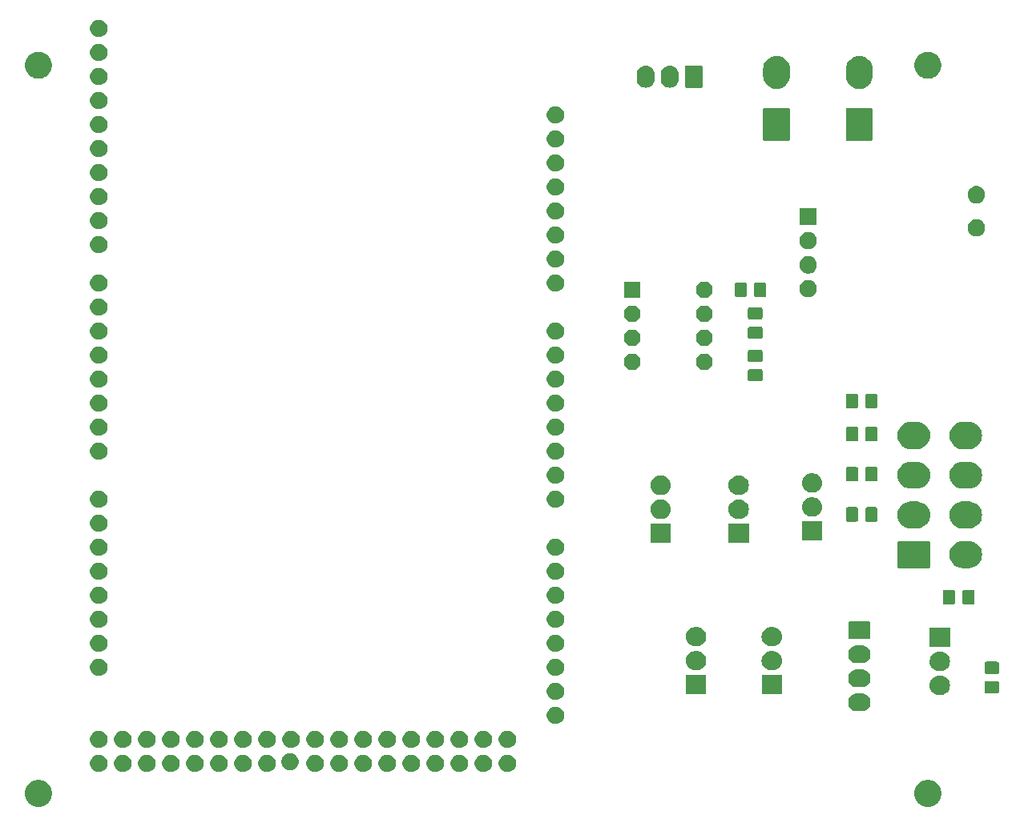
<source format=gbr>
G04 #@! TF.GenerationSoftware,KiCad,Pcbnew,(5.1.4)-1*
G04 #@! TF.CreationDate,2020-03-02T21:34:55-05:00*
G04 #@! TF.ProjectId,PCB_2020,5043425f-3230-4323-902e-6b696361645f,rev?*
G04 #@! TF.SameCoordinates,Original*
G04 #@! TF.FileFunction,Soldermask,Top*
G04 #@! TF.FilePolarity,Negative*
%FSLAX46Y46*%
G04 Gerber Fmt 4.6, Leading zero omitted, Abs format (unit mm)*
G04 Created by KiCad (PCBNEW (5.1.4)-1) date 2020-03-02 21:34:55*
%MOMM*%
%LPD*%
G04 APERTURE LIST*
%ADD10C,0.100000*%
G04 APERTURE END LIST*
D10*
G36*
X256415656Y-151629761D02*
G01*
X256523076Y-151674256D01*
X256674991Y-151737181D01*
X256908385Y-151893130D01*
X257106870Y-152091615D01*
X257262819Y-152325009D01*
X257325744Y-152476924D01*
X257370239Y-152584344D01*
X257425000Y-152859648D01*
X257425000Y-153140352D01*
X257370239Y-153415656D01*
X257325744Y-153523076D01*
X257262819Y-153674991D01*
X257106870Y-153908385D01*
X256908385Y-154106870D01*
X256674991Y-154262819D01*
X256523076Y-154325744D01*
X256415656Y-154370239D01*
X256140352Y-154425000D01*
X255859648Y-154425000D01*
X255584344Y-154370239D01*
X255476924Y-154325744D01*
X255325009Y-154262819D01*
X255091615Y-154106870D01*
X254893130Y-153908385D01*
X254737181Y-153674991D01*
X254674256Y-153523076D01*
X254629761Y-153415656D01*
X254575000Y-153140352D01*
X254575000Y-152859648D01*
X254629761Y-152584344D01*
X254674256Y-152476924D01*
X254737181Y-152325009D01*
X254893130Y-152091615D01*
X255091615Y-151893130D01*
X255325009Y-151737181D01*
X255476924Y-151674256D01*
X255584344Y-151629761D01*
X255859648Y-151575000D01*
X256140352Y-151575000D01*
X256415656Y-151629761D01*
X256415656Y-151629761D01*
G37*
G36*
X162415656Y-151629761D02*
G01*
X162523076Y-151674256D01*
X162674991Y-151737181D01*
X162908385Y-151893130D01*
X163106870Y-152091615D01*
X163262819Y-152325009D01*
X163325744Y-152476924D01*
X163370239Y-152584344D01*
X163425000Y-152859648D01*
X163425000Y-153140352D01*
X163370239Y-153415656D01*
X163325744Y-153523076D01*
X163262819Y-153674991D01*
X163106870Y-153908385D01*
X162908385Y-154106870D01*
X162674991Y-154262819D01*
X162523076Y-154325744D01*
X162415656Y-154370239D01*
X162140352Y-154425000D01*
X161859648Y-154425000D01*
X161584344Y-154370239D01*
X161476924Y-154325744D01*
X161325009Y-154262819D01*
X161091615Y-154106870D01*
X160893130Y-153908385D01*
X160737181Y-153674991D01*
X160674256Y-153523076D01*
X160629761Y-153415656D01*
X160575000Y-153140352D01*
X160575000Y-152859648D01*
X160629761Y-152584344D01*
X160674256Y-152476924D01*
X160737181Y-152325009D01*
X160893130Y-152091615D01*
X161091615Y-151893130D01*
X161325009Y-151737181D01*
X161476924Y-151674256D01*
X161584344Y-151629761D01*
X161859648Y-151575000D01*
X162140352Y-151575000D01*
X162415656Y-151629761D01*
X162415656Y-151629761D01*
G37*
G36*
X211819971Y-148942993D02*
G01*
X211986163Y-149011832D01*
X212135731Y-149111771D01*
X212262929Y-149238969D01*
X212362868Y-149388537D01*
X212431707Y-149554729D01*
X212466800Y-149731158D01*
X212466800Y-149911042D01*
X212431707Y-150087471D01*
X212362868Y-150253663D01*
X212262929Y-150403231D01*
X212135731Y-150530429D01*
X211986163Y-150630368D01*
X211819971Y-150699207D01*
X211643542Y-150734300D01*
X211463658Y-150734300D01*
X211287229Y-150699207D01*
X211121037Y-150630368D01*
X210971469Y-150530429D01*
X210844271Y-150403231D01*
X210744332Y-150253663D01*
X210675493Y-150087471D01*
X210640400Y-149911042D01*
X210640400Y-149731158D01*
X210675493Y-149554729D01*
X210744332Y-149388537D01*
X210844271Y-149238969D01*
X210971469Y-149111771D01*
X211121037Y-149011832D01*
X211287229Y-148942993D01*
X211463658Y-148907900D01*
X211643542Y-148907900D01*
X211819971Y-148942993D01*
X211819971Y-148942993D01*
G37*
G36*
X204199971Y-148942993D02*
G01*
X204366163Y-149011832D01*
X204515731Y-149111771D01*
X204642929Y-149238969D01*
X204742868Y-149388537D01*
X204811707Y-149554729D01*
X204846800Y-149731158D01*
X204846800Y-149911042D01*
X204811707Y-150087471D01*
X204742868Y-150253663D01*
X204642929Y-150403231D01*
X204515731Y-150530429D01*
X204366163Y-150630368D01*
X204199971Y-150699207D01*
X204023542Y-150734300D01*
X203843658Y-150734300D01*
X203667229Y-150699207D01*
X203501037Y-150630368D01*
X203351469Y-150530429D01*
X203224271Y-150403231D01*
X203124332Y-150253663D01*
X203055493Y-150087471D01*
X203020400Y-149911042D01*
X203020400Y-149731158D01*
X203055493Y-149554729D01*
X203124332Y-149388537D01*
X203224271Y-149238969D01*
X203351469Y-149111771D01*
X203501037Y-149011832D01*
X203667229Y-148942993D01*
X203843658Y-148907900D01*
X204023542Y-148907900D01*
X204199971Y-148942993D01*
X204199971Y-148942993D01*
G37*
G36*
X183879971Y-148942993D02*
G01*
X184046163Y-149011832D01*
X184195731Y-149111771D01*
X184322929Y-149238969D01*
X184422868Y-149388537D01*
X184491707Y-149554729D01*
X184526800Y-149731158D01*
X184526800Y-149911042D01*
X184491707Y-150087471D01*
X184422868Y-150253663D01*
X184322929Y-150403231D01*
X184195731Y-150530429D01*
X184046163Y-150630368D01*
X183879971Y-150699207D01*
X183703542Y-150734300D01*
X183523658Y-150734300D01*
X183347229Y-150699207D01*
X183181037Y-150630368D01*
X183031469Y-150530429D01*
X182904271Y-150403231D01*
X182804332Y-150253663D01*
X182735493Y-150087471D01*
X182700400Y-149911042D01*
X182700400Y-149731158D01*
X182735493Y-149554729D01*
X182804332Y-149388537D01*
X182904271Y-149238969D01*
X183031469Y-149111771D01*
X183181037Y-149011832D01*
X183347229Y-148942993D01*
X183523658Y-148907900D01*
X183703542Y-148907900D01*
X183879971Y-148942993D01*
X183879971Y-148942993D01*
G37*
G36*
X181339971Y-148942993D02*
G01*
X181506163Y-149011832D01*
X181655731Y-149111771D01*
X181782929Y-149238969D01*
X181882868Y-149388537D01*
X181951707Y-149554729D01*
X181986800Y-149731158D01*
X181986800Y-149911042D01*
X181951707Y-150087471D01*
X181882868Y-150253663D01*
X181782929Y-150403231D01*
X181655731Y-150530429D01*
X181506163Y-150630368D01*
X181339971Y-150699207D01*
X181163542Y-150734300D01*
X180983658Y-150734300D01*
X180807229Y-150699207D01*
X180641037Y-150630368D01*
X180491469Y-150530429D01*
X180364271Y-150403231D01*
X180264332Y-150253663D01*
X180195493Y-150087471D01*
X180160400Y-149911042D01*
X180160400Y-149731158D01*
X180195493Y-149554729D01*
X180264332Y-149388537D01*
X180364271Y-149238969D01*
X180491469Y-149111771D01*
X180641037Y-149011832D01*
X180807229Y-148942993D01*
X180983658Y-148907900D01*
X181163542Y-148907900D01*
X181339971Y-148942993D01*
X181339971Y-148942993D01*
G37*
G36*
X178799971Y-148942993D02*
G01*
X178966163Y-149011832D01*
X179115731Y-149111771D01*
X179242929Y-149238969D01*
X179342868Y-149388537D01*
X179411707Y-149554729D01*
X179446800Y-149731158D01*
X179446800Y-149911042D01*
X179411707Y-150087471D01*
X179342868Y-150253663D01*
X179242929Y-150403231D01*
X179115731Y-150530429D01*
X178966163Y-150630368D01*
X178799971Y-150699207D01*
X178623542Y-150734300D01*
X178443658Y-150734300D01*
X178267229Y-150699207D01*
X178101037Y-150630368D01*
X177951469Y-150530429D01*
X177824271Y-150403231D01*
X177724332Y-150253663D01*
X177655493Y-150087471D01*
X177620400Y-149911042D01*
X177620400Y-149731158D01*
X177655493Y-149554729D01*
X177724332Y-149388537D01*
X177824271Y-149238969D01*
X177951469Y-149111771D01*
X178101037Y-149011832D01*
X178267229Y-148942993D01*
X178443658Y-148907900D01*
X178623542Y-148907900D01*
X178799971Y-148942993D01*
X178799971Y-148942993D01*
G37*
G36*
X176259971Y-148942993D02*
G01*
X176426163Y-149011832D01*
X176575731Y-149111771D01*
X176702929Y-149238969D01*
X176802868Y-149388537D01*
X176871707Y-149554729D01*
X176906800Y-149731158D01*
X176906800Y-149911042D01*
X176871707Y-150087471D01*
X176802868Y-150253663D01*
X176702929Y-150403231D01*
X176575731Y-150530429D01*
X176426163Y-150630368D01*
X176259971Y-150699207D01*
X176083542Y-150734300D01*
X175903658Y-150734300D01*
X175727229Y-150699207D01*
X175561037Y-150630368D01*
X175411469Y-150530429D01*
X175284271Y-150403231D01*
X175184332Y-150253663D01*
X175115493Y-150087471D01*
X175080400Y-149911042D01*
X175080400Y-149731158D01*
X175115493Y-149554729D01*
X175184332Y-149388537D01*
X175284271Y-149238969D01*
X175411469Y-149111771D01*
X175561037Y-149011832D01*
X175727229Y-148942993D01*
X175903658Y-148907900D01*
X176083542Y-148907900D01*
X176259971Y-148942993D01*
X176259971Y-148942993D01*
G37*
G36*
X173719971Y-148942993D02*
G01*
X173886163Y-149011832D01*
X174035731Y-149111771D01*
X174162929Y-149238969D01*
X174262868Y-149388537D01*
X174331707Y-149554729D01*
X174366800Y-149731158D01*
X174366800Y-149911042D01*
X174331707Y-150087471D01*
X174262868Y-150253663D01*
X174162929Y-150403231D01*
X174035731Y-150530429D01*
X173886163Y-150630368D01*
X173719971Y-150699207D01*
X173543542Y-150734300D01*
X173363658Y-150734300D01*
X173187229Y-150699207D01*
X173021037Y-150630368D01*
X172871469Y-150530429D01*
X172744271Y-150403231D01*
X172644332Y-150253663D01*
X172575493Y-150087471D01*
X172540400Y-149911042D01*
X172540400Y-149731158D01*
X172575493Y-149554729D01*
X172644332Y-149388537D01*
X172744271Y-149238969D01*
X172871469Y-149111771D01*
X173021037Y-149011832D01*
X173187229Y-148942993D01*
X173363658Y-148907900D01*
X173543542Y-148907900D01*
X173719971Y-148942993D01*
X173719971Y-148942993D01*
G37*
G36*
X171179971Y-148942993D02*
G01*
X171346163Y-149011832D01*
X171495731Y-149111771D01*
X171622929Y-149238969D01*
X171722868Y-149388537D01*
X171791707Y-149554729D01*
X171826800Y-149731158D01*
X171826800Y-149911042D01*
X171791707Y-150087471D01*
X171722868Y-150253663D01*
X171622929Y-150403231D01*
X171495731Y-150530429D01*
X171346163Y-150630368D01*
X171179971Y-150699207D01*
X171003542Y-150734300D01*
X170823658Y-150734300D01*
X170647229Y-150699207D01*
X170481037Y-150630368D01*
X170331469Y-150530429D01*
X170204271Y-150403231D01*
X170104332Y-150253663D01*
X170035493Y-150087471D01*
X170000400Y-149911042D01*
X170000400Y-149731158D01*
X170035493Y-149554729D01*
X170104332Y-149388537D01*
X170204271Y-149238969D01*
X170331469Y-149111771D01*
X170481037Y-149011832D01*
X170647229Y-148942993D01*
X170823658Y-148907900D01*
X171003542Y-148907900D01*
X171179971Y-148942993D01*
X171179971Y-148942993D01*
G37*
G36*
X168639971Y-148942993D02*
G01*
X168806163Y-149011832D01*
X168955731Y-149111771D01*
X169082929Y-149238969D01*
X169182868Y-149388537D01*
X169251707Y-149554729D01*
X169286800Y-149731158D01*
X169286800Y-149911042D01*
X169251707Y-150087471D01*
X169182868Y-150253663D01*
X169082929Y-150403231D01*
X168955731Y-150530429D01*
X168806163Y-150630368D01*
X168639971Y-150699207D01*
X168463542Y-150734300D01*
X168283658Y-150734300D01*
X168107229Y-150699207D01*
X167941037Y-150630368D01*
X167791469Y-150530429D01*
X167664271Y-150403231D01*
X167564332Y-150253663D01*
X167495493Y-150087471D01*
X167460400Y-149911042D01*
X167460400Y-149731158D01*
X167495493Y-149554729D01*
X167564332Y-149388537D01*
X167664271Y-149238969D01*
X167791469Y-149111771D01*
X167941037Y-149011832D01*
X168107229Y-148942993D01*
X168283658Y-148907900D01*
X168463542Y-148907900D01*
X168639971Y-148942993D01*
X168639971Y-148942993D01*
G37*
G36*
X201659971Y-148942993D02*
G01*
X201826163Y-149011832D01*
X201975731Y-149111771D01*
X202102929Y-149238969D01*
X202202868Y-149388537D01*
X202271707Y-149554729D01*
X202306800Y-149731158D01*
X202306800Y-149911042D01*
X202271707Y-150087471D01*
X202202868Y-150253663D01*
X202102929Y-150403231D01*
X201975731Y-150530429D01*
X201826163Y-150630368D01*
X201659971Y-150699207D01*
X201483542Y-150734300D01*
X201303658Y-150734300D01*
X201127229Y-150699207D01*
X200961037Y-150630368D01*
X200811469Y-150530429D01*
X200684271Y-150403231D01*
X200584332Y-150253663D01*
X200515493Y-150087471D01*
X200480400Y-149911042D01*
X200480400Y-149731158D01*
X200515493Y-149554729D01*
X200584332Y-149388537D01*
X200684271Y-149238969D01*
X200811469Y-149111771D01*
X200961037Y-149011832D01*
X201127229Y-148942993D01*
X201303658Y-148907900D01*
X201483542Y-148907900D01*
X201659971Y-148942993D01*
X201659971Y-148942993D01*
G37*
G36*
X206739971Y-148942993D02*
G01*
X206906163Y-149011832D01*
X207055731Y-149111771D01*
X207182929Y-149238969D01*
X207282868Y-149388537D01*
X207351707Y-149554729D01*
X207386800Y-149731158D01*
X207386800Y-149911042D01*
X207351707Y-150087471D01*
X207282868Y-150253663D01*
X207182929Y-150403231D01*
X207055731Y-150530429D01*
X206906163Y-150630368D01*
X206739971Y-150699207D01*
X206563542Y-150734300D01*
X206383658Y-150734300D01*
X206207229Y-150699207D01*
X206041037Y-150630368D01*
X205891469Y-150530429D01*
X205764271Y-150403231D01*
X205664332Y-150253663D01*
X205595493Y-150087471D01*
X205560400Y-149911042D01*
X205560400Y-149731158D01*
X205595493Y-149554729D01*
X205664332Y-149388537D01*
X205764271Y-149238969D01*
X205891469Y-149111771D01*
X206041037Y-149011832D01*
X206207229Y-148942993D01*
X206383658Y-148907900D01*
X206563542Y-148907900D01*
X206739971Y-148942993D01*
X206739971Y-148942993D01*
G37*
G36*
X186419971Y-148942993D02*
G01*
X186586163Y-149011832D01*
X186735731Y-149111771D01*
X186862929Y-149238969D01*
X186962868Y-149388537D01*
X187031707Y-149554729D01*
X187066800Y-149731158D01*
X187066800Y-149911042D01*
X187031707Y-150087471D01*
X186962868Y-150253663D01*
X186862929Y-150403231D01*
X186735731Y-150530429D01*
X186586163Y-150630368D01*
X186419971Y-150699207D01*
X186243542Y-150734300D01*
X186063658Y-150734300D01*
X185887229Y-150699207D01*
X185721037Y-150630368D01*
X185571469Y-150530429D01*
X185444271Y-150403231D01*
X185344332Y-150253663D01*
X185275493Y-150087471D01*
X185240400Y-149911042D01*
X185240400Y-149731158D01*
X185275493Y-149554729D01*
X185344332Y-149388537D01*
X185444271Y-149238969D01*
X185571469Y-149111771D01*
X185721037Y-149011832D01*
X185887229Y-148942993D01*
X186063658Y-148907900D01*
X186243542Y-148907900D01*
X186419971Y-148942993D01*
X186419971Y-148942993D01*
G37*
G36*
X191499971Y-148942993D02*
G01*
X191666163Y-149011832D01*
X191815731Y-149111771D01*
X191942929Y-149238969D01*
X192042868Y-149388537D01*
X192111707Y-149554729D01*
X192146800Y-149731158D01*
X192146800Y-149911042D01*
X192111707Y-150087471D01*
X192042868Y-150253663D01*
X191942929Y-150403231D01*
X191815731Y-150530429D01*
X191666163Y-150630368D01*
X191499971Y-150699207D01*
X191323542Y-150734300D01*
X191143658Y-150734300D01*
X190967229Y-150699207D01*
X190801037Y-150630368D01*
X190651469Y-150530429D01*
X190524271Y-150403231D01*
X190424332Y-150253663D01*
X190355493Y-150087471D01*
X190320400Y-149911042D01*
X190320400Y-149731158D01*
X190355493Y-149554729D01*
X190424332Y-149388537D01*
X190524271Y-149238969D01*
X190651469Y-149111771D01*
X190801037Y-149011832D01*
X190967229Y-148942993D01*
X191143658Y-148907900D01*
X191323542Y-148907900D01*
X191499971Y-148942993D01*
X191499971Y-148942993D01*
G37*
G36*
X196579971Y-148942993D02*
G01*
X196746163Y-149011832D01*
X196895731Y-149111771D01*
X197022929Y-149238969D01*
X197122868Y-149388537D01*
X197191707Y-149554729D01*
X197226800Y-149731158D01*
X197226800Y-149911042D01*
X197191707Y-150087471D01*
X197122868Y-150253663D01*
X197022929Y-150403231D01*
X196895731Y-150530429D01*
X196746163Y-150630368D01*
X196579971Y-150699207D01*
X196403542Y-150734300D01*
X196223658Y-150734300D01*
X196047229Y-150699207D01*
X195881037Y-150630368D01*
X195731469Y-150530429D01*
X195604271Y-150403231D01*
X195504332Y-150253663D01*
X195435493Y-150087471D01*
X195400400Y-149911042D01*
X195400400Y-149731158D01*
X195435493Y-149554729D01*
X195504332Y-149388537D01*
X195604271Y-149238969D01*
X195731469Y-149111771D01*
X195881037Y-149011832D01*
X196047229Y-148942993D01*
X196223658Y-148907900D01*
X196403542Y-148907900D01*
X196579971Y-148942993D01*
X196579971Y-148942993D01*
G37*
G36*
X199119971Y-148942993D02*
G01*
X199286163Y-149011832D01*
X199435731Y-149111771D01*
X199562929Y-149238969D01*
X199662868Y-149388537D01*
X199731707Y-149554729D01*
X199766800Y-149731158D01*
X199766800Y-149911042D01*
X199731707Y-150087471D01*
X199662868Y-150253663D01*
X199562929Y-150403231D01*
X199435731Y-150530429D01*
X199286163Y-150630368D01*
X199119971Y-150699207D01*
X198943542Y-150734300D01*
X198763658Y-150734300D01*
X198587229Y-150699207D01*
X198421037Y-150630368D01*
X198271469Y-150530429D01*
X198144271Y-150403231D01*
X198044332Y-150253663D01*
X197975493Y-150087471D01*
X197940400Y-149911042D01*
X197940400Y-149731158D01*
X197975493Y-149554729D01*
X198044332Y-149388537D01*
X198144271Y-149238969D01*
X198271469Y-149111771D01*
X198421037Y-149011832D01*
X198587229Y-148942993D01*
X198763658Y-148907900D01*
X198943542Y-148907900D01*
X199119971Y-148942993D01*
X199119971Y-148942993D01*
G37*
G36*
X209279971Y-148942993D02*
G01*
X209446163Y-149011832D01*
X209595731Y-149111771D01*
X209722929Y-149238969D01*
X209822868Y-149388537D01*
X209891707Y-149554729D01*
X209926800Y-149731158D01*
X209926800Y-149911042D01*
X209891707Y-150087471D01*
X209822868Y-150253663D01*
X209722929Y-150403231D01*
X209595731Y-150530429D01*
X209446163Y-150630368D01*
X209279971Y-150699207D01*
X209103542Y-150734300D01*
X208923658Y-150734300D01*
X208747229Y-150699207D01*
X208581037Y-150630368D01*
X208431469Y-150530429D01*
X208304271Y-150403231D01*
X208204332Y-150253663D01*
X208135493Y-150087471D01*
X208100400Y-149911042D01*
X208100400Y-149731158D01*
X208135493Y-149554729D01*
X208204332Y-149388537D01*
X208304271Y-149238969D01*
X208431469Y-149111771D01*
X208581037Y-149011832D01*
X208747229Y-148942993D01*
X208923658Y-148907900D01*
X209103542Y-148907900D01*
X209279971Y-148942993D01*
X209279971Y-148942993D01*
G37*
G36*
X194039971Y-148942993D02*
G01*
X194206163Y-149011832D01*
X194355731Y-149111771D01*
X194482929Y-149238969D01*
X194582868Y-149388537D01*
X194651707Y-149554729D01*
X194686800Y-149731158D01*
X194686800Y-149911042D01*
X194651707Y-150087471D01*
X194582868Y-150253663D01*
X194482929Y-150403231D01*
X194355731Y-150530429D01*
X194206163Y-150630368D01*
X194039971Y-150699207D01*
X193863542Y-150734300D01*
X193683658Y-150734300D01*
X193507229Y-150699207D01*
X193341037Y-150630368D01*
X193191469Y-150530429D01*
X193064271Y-150403231D01*
X192964332Y-150253663D01*
X192895493Y-150087471D01*
X192860400Y-149911042D01*
X192860400Y-149731158D01*
X192895493Y-149554729D01*
X192964332Y-149388537D01*
X193064271Y-149238969D01*
X193191469Y-149111771D01*
X193341037Y-149011832D01*
X193507229Y-148942993D01*
X193683658Y-148907900D01*
X193863542Y-148907900D01*
X194039971Y-148942993D01*
X194039971Y-148942993D01*
G37*
G36*
X188858371Y-148777893D02*
G01*
X189024563Y-148846732D01*
X189174131Y-148946671D01*
X189301329Y-149073869D01*
X189401268Y-149223437D01*
X189470107Y-149389629D01*
X189505200Y-149566058D01*
X189505200Y-149745942D01*
X189470107Y-149922371D01*
X189401268Y-150088563D01*
X189301329Y-150238131D01*
X189174131Y-150365329D01*
X189024563Y-150465268D01*
X188858371Y-150534107D01*
X188681942Y-150569200D01*
X188502058Y-150569200D01*
X188325629Y-150534107D01*
X188159437Y-150465268D01*
X188009869Y-150365329D01*
X187882671Y-150238131D01*
X187782732Y-150088563D01*
X187713893Y-149922371D01*
X187678800Y-149745942D01*
X187678800Y-149566058D01*
X187713893Y-149389629D01*
X187782732Y-149223437D01*
X187882671Y-149073869D01*
X188009869Y-148946671D01*
X188159437Y-148846732D01*
X188325629Y-148777893D01*
X188502058Y-148742800D01*
X188681942Y-148742800D01*
X188858371Y-148777893D01*
X188858371Y-148777893D01*
G37*
G36*
X173719971Y-146402993D02*
G01*
X173886163Y-146471832D01*
X174035731Y-146571771D01*
X174162929Y-146698969D01*
X174262868Y-146848537D01*
X174331707Y-147014729D01*
X174366800Y-147191158D01*
X174366800Y-147371042D01*
X174331707Y-147547471D01*
X174262868Y-147713663D01*
X174162929Y-147863231D01*
X174035731Y-147990429D01*
X173886163Y-148090368D01*
X173719971Y-148159207D01*
X173543542Y-148194300D01*
X173363658Y-148194300D01*
X173187229Y-148159207D01*
X173021037Y-148090368D01*
X172871469Y-147990429D01*
X172744271Y-147863231D01*
X172644332Y-147713663D01*
X172575493Y-147547471D01*
X172540400Y-147371042D01*
X172540400Y-147191158D01*
X172575493Y-147014729D01*
X172644332Y-146848537D01*
X172744271Y-146698969D01*
X172871469Y-146571771D01*
X173021037Y-146471832D01*
X173187229Y-146402993D01*
X173363658Y-146367900D01*
X173543542Y-146367900D01*
X173719971Y-146402993D01*
X173719971Y-146402993D01*
G37*
G36*
X186419971Y-146402993D02*
G01*
X186586163Y-146471832D01*
X186735731Y-146571771D01*
X186862929Y-146698969D01*
X186962868Y-146848537D01*
X187031707Y-147014729D01*
X187066800Y-147191158D01*
X187066800Y-147371042D01*
X187031707Y-147547471D01*
X186962868Y-147713663D01*
X186862929Y-147863231D01*
X186735731Y-147990429D01*
X186586163Y-148090368D01*
X186419971Y-148159207D01*
X186243542Y-148194300D01*
X186063658Y-148194300D01*
X185887229Y-148159207D01*
X185721037Y-148090368D01*
X185571469Y-147990429D01*
X185444271Y-147863231D01*
X185344332Y-147713663D01*
X185275493Y-147547471D01*
X185240400Y-147371042D01*
X185240400Y-147191158D01*
X185275493Y-147014729D01*
X185344332Y-146848537D01*
X185444271Y-146698969D01*
X185571469Y-146571771D01*
X185721037Y-146471832D01*
X185887229Y-146402993D01*
X186063658Y-146367900D01*
X186243542Y-146367900D01*
X186419971Y-146402993D01*
X186419971Y-146402993D01*
G37*
G36*
X171179971Y-146402993D02*
G01*
X171346163Y-146471832D01*
X171495731Y-146571771D01*
X171622929Y-146698969D01*
X171722868Y-146848537D01*
X171791707Y-147014729D01*
X171826800Y-147191158D01*
X171826800Y-147371042D01*
X171791707Y-147547471D01*
X171722868Y-147713663D01*
X171622929Y-147863231D01*
X171495731Y-147990429D01*
X171346163Y-148090368D01*
X171179971Y-148159207D01*
X171003542Y-148194300D01*
X170823658Y-148194300D01*
X170647229Y-148159207D01*
X170481037Y-148090368D01*
X170331469Y-147990429D01*
X170204271Y-147863231D01*
X170104332Y-147713663D01*
X170035493Y-147547471D01*
X170000400Y-147371042D01*
X170000400Y-147191158D01*
X170035493Y-147014729D01*
X170104332Y-146848537D01*
X170204271Y-146698969D01*
X170331469Y-146571771D01*
X170481037Y-146471832D01*
X170647229Y-146402993D01*
X170823658Y-146367900D01*
X171003542Y-146367900D01*
X171179971Y-146402993D01*
X171179971Y-146402993D01*
G37*
G36*
X191499971Y-146402993D02*
G01*
X191666163Y-146471832D01*
X191815731Y-146571771D01*
X191942929Y-146698969D01*
X192042868Y-146848537D01*
X192111707Y-147014729D01*
X192146800Y-147191158D01*
X192146800Y-147371042D01*
X192111707Y-147547471D01*
X192042868Y-147713663D01*
X191942929Y-147863231D01*
X191815731Y-147990429D01*
X191666163Y-148090368D01*
X191499971Y-148159207D01*
X191323542Y-148194300D01*
X191143658Y-148194300D01*
X190967229Y-148159207D01*
X190801037Y-148090368D01*
X190651469Y-147990429D01*
X190524271Y-147863231D01*
X190424332Y-147713663D01*
X190355493Y-147547471D01*
X190320400Y-147371042D01*
X190320400Y-147191158D01*
X190355493Y-147014729D01*
X190424332Y-146848537D01*
X190524271Y-146698969D01*
X190651469Y-146571771D01*
X190801037Y-146471832D01*
X190967229Y-146402993D01*
X191143658Y-146367900D01*
X191323542Y-146367900D01*
X191499971Y-146402993D01*
X191499971Y-146402993D01*
G37*
G36*
X201659971Y-146402993D02*
G01*
X201826163Y-146471832D01*
X201975731Y-146571771D01*
X202102929Y-146698969D01*
X202202868Y-146848537D01*
X202271707Y-147014729D01*
X202306800Y-147191158D01*
X202306800Y-147371042D01*
X202271707Y-147547471D01*
X202202868Y-147713663D01*
X202102929Y-147863231D01*
X201975731Y-147990429D01*
X201826163Y-148090368D01*
X201659971Y-148159207D01*
X201483542Y-148194300D01*
X201303658Y-148194300D01*
X201127229Y-148159207D01*
X200961037Y-148090368D01*
X200811469Y-147990429D01*
X200684271Y-147863231D01*
X200584332Y-147713663D01*
X200515493Y-147547471D01*
X200480400Y-147371042D01*
X200480400Y-147191158D01*
X200515493Y-147014729D01*
X200584332Y-146848537D01*
X200684271Y-146698969D01*
X200811469Y-146571771D01*
X200961037Y-146471832D01*
X201127229Y-146402993D01*
X201303658Y-146367900D01*
X201483542Y-146367900D01*
X201659971Y-146402993D01*
X201659971Y-146402993D01*
G37*
G36*
X204199971Y-146402993D02*
G01*
X204366163Y-146471832D01*
X204515731Y-146571771D01*
X204642929Y-146698969D01*
X204742868Y-146848537D01*
X204811707Y-147014729D01*
X204846800Y-147191158D01*
X204846800Y-147371042D01*
X204811707Y-147547471D01*
X204742868Y-147713663D01*
X204642929Y-147863231D01*
X204515731Y-147990429D01*
X204366163Y-148090368D01*
X204199971Y-148159207D01*
X204023542Y-148194300D01*
X203843658Y-148194300D01*
X203667229Y-148159207D01*
X203501037Y-148090368D01*
X203351469Y-147990429D01*
X203224271Y-147863231D01*
X203124332Y-147713663D01*
X203055493Y-147547471D01*
X203020400Y-147371042D01*
X203020400Y-147191158D01*
X203055493Y-147014729D01*
X203124332Y-146848537D01*
X203224271Y-146698969D01*
X203351469Y-146571771D01*
X203501037Y-146471832D01*
X203667229Y-146402993D01*
X203843658Y-146367900D01*
X204023542Y-146367900D01*
X204199971Y-146402993D01*
X204199971Y-146402993D01*
G37*
G36*
X209279971Y-146402993D02*
G01*
X209446163Y-146471832D01*
X209595731Y-146571771D01*
X209722929Y-146698969D01*
X209822868Y-146848537D01*
X209891707Y-147014729D01*
X209926800Y-147191158D01*
X209926800Y-147371042D01*
X209891707Y-147547471D01*
X209822868Y-147713663D01*
X209722929Y-147863231D01*
X209595731Y-147990429D01*
X209446163Y-148090368D01*
X209279971Y-148159207D01*
X209103542Y-148194300D01*
X208923658Y-148194300D01*
X208747229Y-148159207D01*
X208581037Y-148090368D01*
X208431469Y-147990429D01*
X208304271Y-147863231D01*
X208204332Y-147713663D01*
X208135493Y-147547471D01*
X208100400Y-147371042D01*
X208100400Y-147191158D01*
X208135493Y-147014729D01*
X208204332Y-146848537D01*
X208304271Y-146698969D01*
X208431469Y-146571771D01*
X208581037Y-146471832D01*
X208747229Y-146402993D01*
X208923658Y-146367900D01*
X209103542Y-146367900D01*
X209279971Y-146402993D01*
X209279971Y-146402993D01*
G37*
G36*
X206739971Y-146402993D02*
G01*
X206906163Y-146471832D01*
X207055731Y-146571771D01*
X207182929Y-146698969D01*
X207282868Y-146848537D01*
X207351707Y-147014729D01*
X207386800Y-147191158D01*
X207386800Y-147371042D01*
X207351707Y-147547471D01*
X207282868Y-147713663D01*
X207182929Y-147863231D01*
X207055731Y-147990429D01*
X206906163Y-148090368D01*
X206739971Y-148159207D01*
X206563542Y-148194300D01*
X206383658Y-148194300D01*
X206207229Y-148159207D01*
X206041037Y-148090368D01*
X205891469Y-147990429D01*
X205764271Y-147863231D01*
X205664332Y-147713663D01*
X205595493Y-147547471D01*
X205560400Y-147371042D01*
X205560400Y-147191158D01*
X205595493Y-147014729D01*
X205664332Y-146848537D01*
X205764271Y-146698969D01*
X205891469Y-146571771D01*
X206041037Y-146471832D01*
X206207229Y-146402993D01*
X206383658Y-146367900D01*
X206563542Y-146367900D01*
X206739971Y-146402993D01*
X206739971Y-146402993D01*
G37*
G36*
X211819971Y-146402993D02*
G01*
X211986163Y-146471832D01*
X212135731Y-146571771D01*
X212262929Y-146698969D01*
X212362868Y-146848537D01*
X212431707Y-147014729D01*
X212466800Y-147191158D01*
X212466800Y-147371042D01*
X212431707Y-147547471D01*
X212362868Y-147713663D01*
X212262929Y-147863231D01*
X212135731Y-147990429D01*
X211986163Y-148090368D01*
X211819971Y-148159207D01*
X211643542Y-148194300D01*
X211463658Y-148194300D01*
X211287229Y-148159207D01*
X211121037Y-148090368D01*
X210971469Y-147990429D01*
X210844271Y-147863231D01*
X210744332Y-147713663D01*
X210675493Y-147547471D01*
X210640400Y-147371042D01*
X210640400Y-147191158D01*
X210675493Y-147014729D01*
X210744332Y-146848537D01*
X210844271Y-146698969D01*
X210971469Y-146571771D01*
X211121037Y-146471832D01*
X211287229Y-146402993D01*
X211463658Y-146367900D01*
X211643542Y-146367900D01*
X211819971Y-146402993D01*
X211819971Y-146402993D01*
G37*
G36*
X176259971Y-146402993D02*
G01*
X176426163Y-146471832D01*
X176575731Y-146571771D01*
X176702929Y-146698969D01*
X176802868Y-146848537D01*
X176871707Y-147014729D01*
X176906800Y-147191158D01*
X176906800Y-147371042D01*
X176871707Y-147547471D01*
X176802868Y-147713663D01*
X176702929Y-147863231D01*
X176575731Y-147990429D01*
X176426163Y-148090368D01*
X176259971Y-148159207D01*
X176083542Y-148194300D01*
X175903658Y-148194300D01*
X175727229Y-148159207D01*
X175561037Y-148090368D01*
X175411469Y-147990429D01*
X175284271Y-147863231D01*
X175184332Y-147713663D01*
X175115493Y-147547471D01*
X175080400Y-147371042D01*
X175080400Y-147191158D01*
X175115493Y-147014729D01*
X175184332Y-146848537D01*
X175284271Y-146698969D01*
X175411469Y-146571771D01*
X175561037Y-146471832D01*
X175727229Y-146402993D01*
X175903658Y-146367900D01*
X176083542Y-146367900D01*
X176259971Y-146402993D01*
X176259971Y-146402993D01*
G37*
G36*
X181339971Y-146402993D02*
G01*
X181506163Y-146471832D01*
X181655731Y-146571771D01*
X181782929Y-146698969D01*
X181882868Y-146848537D01*
X181951707Y-147014729D01*
X181986800Y-147191158D01*
X181986800Y-147371042D01*
X181951707Y-147547471D01*
X181882868Y-147713663D01*
X181782929Y-147863231D01*
X181655731Y-147990429D01*
X181506163Y-148090368D01*
X181339971Y-148159207D01*
X181163542Y-148194300D01*
X180983658Y-148194300D01*
X180807229Y-148159207D01*
X180641037Y-148090368D01*
X180491469Y-147990429D01*
X180364271Y-147863231D01*
X180264332Y-147713663D01*
X180195493Y-147547471D01*
X180160400Y-147371042D01*
X180160400Y-147191158D01*
X180195493Y-147014729D01*
X180264332Y-146848537D01*
X180364271Y-146698969D01*
X180491469Y-146571771D01*
X180641037Y-146471832D01*
X180807229Y-146402993D01*
X180983658Y-146367900D01*
X181163542Y-146367900D01*
X181339971Y-146402993D01*
X181339971Y-146402993D01*
G37*
G36*
X183879971Y-146402993D02*
G01*
X184046163Y-146471832D01*
X184195731Y-146571771D01*
X184322929Y-146698969D01*
X184422868Y-146848537D01*
X184491707Y-147014729D01*
X184526800Y-147191158D01*
X184526800Y-147371042D01*
X184491707Y-147547471D01*
X184422868Y-147713663D01*
X184322929Y-147863231D01*
X184195731Y-147990429D01*
X184046163Y-148090368D01*
X183879971Y-148159207D01*
X183703542Y-148194300D01*
X183523658Y-148194300D01*
X183347229Y-148159207D01*
X183181037Y-148090368D01*
X183031469Y-147990429D01*
X182904271Y-147863231D01*
X182804332Y-147713663D01*
X182735493Y-147547471D01*
X182700400Y-147371042D01*
X182700400Y-147191158D01*
X182735493Y-147014729D01*
X182804332Y-146848537D01*
X182904271Y-146698969D01*
X183031469Y-146571771D01*
X183181037Y-146471832D01*
X183347229Y-146402993D01*
X183523658Y-146367900D01*
X183703542Y-146367900D01*
X183879971Y-146402993D01*
X183879971Y-146402993D01*
G37*
G36*
X188959971Y-146402993D02*
G01*
X189126163Y-146471832D01*
X189275731Y-146571771D01*
X189402929Y-146698969D01*
X189502868Y-146848537D01*
X189571707Y-147014729D01*
X189606800Y-147191158D01*
X189606800Y-147371042D01*
X189571707Y-147547471D01*
X189502868Y-147713663D01*
X189402929Y-147863231D01*
X189275731Y-147990429D01*
X189126163Y-148090368D01*
X188959971Y-148159207D01*
X188783542Y-148194300D01*
X188603658Y-148194300D01*
X188427229Y-148159207D01*
X188261037Y-148090368D01*
X188111469Y-147990429D01*
X187984271Y-147863231D01*
X187884332Y-147713663D01*
X187815493Y-147547471D01*
X187780400Y-147371042D01*
X187780400Y-147191158D01*
X187815493Y-147014729D01*
X187884332Y-146848537D01*
X187984271Y-146698969D01*
X188111469Y-146571771D01*
X188261037Y-146471832D01*
X188427229Y-146402993D01*
X188603658Y-146367900D01*
X188783542Y-146367900D01*
X188959971Y-146402993D01*
X188959971Y-146402993D01*
G37*
G36*
X168639971Y-146402993D02*
G01*
X168806163Y-146471832D01*
X168955731Y-146571771D01*
X169082929Y-146698969D01*
X169182868Y-146848537D01*
X169251707Y-147014729D01*
X169286800Y-147191158D01*
X169286800Y-147371042D01*
X169251707Y-147547471D01*
X169182868Y-147713663D01*
X169082929Y-147863231D01*
X168955731Y-147990429D01*
X168806163Y-148090368D01*
X168639971Y-148159207D01*
X168463542Y-148194300D01*
X168283658Y-148194300D01*
X168107229Y-148159207D01*
X167941037Y-148090368D01*
X167791469Y-147990429D01*
X167664271Y-147863231D01*
X167564332Y-147713663D01*
X167495493Y-147547471D01*
X167460400Y-147371042D01*
X167460400Y-147191158D01*
X167495493Y-147014729D01*
X167564332Y-146848537D01*
X167664271Y-146698969D01*
X167791469Y-146571771D01*
X167941037Y-146471832D01*
X168107229Y-146402993D01*
X168283658Y-146367900D01*
X168463542Y-146367900D01*
X168639971Y-146402993D01*
X168639971Y-146402993D01*
G37*
G36*
X199119971Y-146402993D02*
G01*
X199286163Y-146471832D01*
X199435731Y-146571771D01*
X199562929Y-146698969D01*
X199662868Y-146848537D01*
X199731707Y-147014729D01*
X199766800Y-147191158D01*
X199766800Y-147371042D01*
X199731707Y-147547471D01*
X199662868Y-147713663D01*
X199562929Y-147863231D01*
X199435731Y-147990429D01*
X199286163Y-148090368D01*
X199119971Y-148159207D01*
X198943542Y-148194300D01*
X198763658Y-148194300D01*
X198587229Y-148159207D01*
X198421037Y-148090368D01*
X198271469Y-147990429D01*
X198144271Y-147863231D01*
X198044332Y-147713663D01*
X197975493Y-147547471D01*
X197940400Y-147371042D01*
X197940400Y-147191158D01*
X197975493Y-147014729D01*
X198044332Y-146848537D01*
X198144271Y-146698969D01*
X198271469Y-146571771D01*
X198421037Y-146471832D01*
X198587229Y-146402993D01*
X198763658Y-146367900D01*
X198943542Y-146367900D01*
X199119971Y-146402993D01*
X199119971Y-146402993D01*
G37*
G36*
X178799971Y-146402993D02*
G01*
X178966163Y-146471832D01*
X179115731Y-146571771D01*
X179242929Y-146698969D01*
X179342868Y-146848537D01*
X179411707Y-147014729D01*
X179446800Y-147191158D01*
X179446800Y-147371042D01*
X179411707Y-147547471D01*
X179342868Y-147713663D01*
X179242929Y-147863231D01*
X179115731Y-147990429D01*
X178966163Y-148090368D01*
X178799971Y-148159207D01*
X178623542Y-148194300D01*
X178443658Y-148194300D01*
X178267229Y-148159207D01*
X178101037Y-148090368D01*
X177951469Y-147990429D01*
X177824271Y-147863231D01*
X177724332Y-147713663D01*
X177655493Y-147547471D01*
X177620400Y-147371042D01*
X177620400Y-147191158D01*
X177655493Y-147014729D01*
X177724332Y-146848537D01*
X177824271Y-146698969D01*
X177951469Y-146571771D01*
X178101037Y-146471832D01*
X178267229Y-146402993D01*
X178443658Y-146367900D01*
X178623542Y-146367900D01*
X178799971Y-146402993D01*
X178799971Y-146402993D01*
G37*
G36*
X196579971Y-146402993D02*
G01*
X196746163Y-146471832D01*
X196895731Y-146571771D01*
X197022929Y-146698969D01*
X197122868Y-146848537D01*
X197191707Y-147014729D01*
X197226800Y-147191158D01*
X197226800Y-147371042D01*
X197191707Y-147547471D01*
X197122868Y-147713663D01*
X197022929Y-147863231D01*
X196895731Y-147990429D01*
X196746163Y-148090368D01*
X196579971Y-148159207D01*
X196403542Y-148194300D01*
X196223658Y-148194300D01*
X196047229Y-148159207D01*
X195881037Y-148090368D01*
X195731469Y-147990429D01*
X195604271Y-147863231D01*
X195504332Y-147713663D01*
X195435493Y-147547471D01*
X195400400Y-147371042D01*
X195400400Y-147191158D01*
X195435493Y-147014729D01*
X195504332Y-146848537D01*
X195604271Y-146698969D01*
X195731469Y-146571771D01*
X195881037Y-146471832D01*
X196047229Y-146402993D01*
X196223658Y-146367900D01*
X196403542Y-146367900D01*
X196579971Y-146402993D01*
X196579971Y-146402993D01*
G37*
G36*
X194039971Y-146402993D02*
G01*
X194206163Y-146471832D01*
X194355731Y-146571771D01*
X194482929Y-146698969D01*
X194582868Y-146848537D01*
X194651707Y-147014729D01*
X194686800Y-147191158D01*
X194686800Y-147371042D01*
X194651707Y-147547471D01*
X194582868Y-147713663D01*
X194482929Y-147863231D01*
X194355731Y-147990429D01*
X194206163Y-148090368D01*
X194039971Y-148159207D01*
X193863542Y-148194300D01*
X193683658Y-148194300D01*
X193507229Y-148159207D01*
X193341037Y-148090368D01*
X193191469Y-147990429D01*
X193064271Y-147863231D01*
X192964332Y-147713663D01*
X192895493Y-147547471D01*
X192860400Y-147371042D01*
X192860400Y-147191158D01*
X192895493Y-147014729D01*
X192964332Y-146848537D01*
X193064271Y-146698969D01*
X193191469Y-146571771D01*
X193341037Y-146471832D01*
X193507229Y-146402993D01*
X193683658Y-146367900D01*
X193863542Y-146367900D01*
X194039971Y-146402993D01*
X194039971Y-146402993D01*
G37*
G36*
X216899971Y-143862993D02*
G01*
X217066163Y-143931832D01*
X217215731Y-144031771D01*
X217342929Y-144158969D01*
X217442868Y-144308537D01*
X217511707Y-144474729D01*
X217546800Y-144651158D01*
X217546800Y-144831042D01*
X217511707Y-145007471D01*
X217442868Y-145173663D01*
X217342929Y-145323231D01*
X217215731Y-145450429D01*
X217066163Y-145550368D01*
X216899971Y-145619207D01*
X216723542Y-145654300D01*
X216543658Y-145654300D01*
X216367229Y-145619207D01*
X216201037Y-145550368D01*
X216051469Y-145450429D01*
X215924271Y-145323231D01*
X215824332Y-145173663D01*
X215755493Y-145007471D01*
X215720400Y-144831042D01*
X215720400Y-144651158D01*
X215755493Y-144474729D01*
X215824332Y-144308537D01*
X215924271Y-144158969D01*
X216051469Y-144031771D01*
X216201037Y-143931832D01*
X216367229Y-143862993D01*
X216543658Y-143827900D01*
X216723542Y-143827900D01*
X216899971Y-143862993D01*
X216899971Y-143862993D01*
G37*
G36*
X249165250Y-142438673D02*
G01*
X249343388Y-142492711D01*
X249507553Y-142580459D01*
X249651449Y-142698551D01*
X249769541Y-142842447D01*
X249857289Y-143006612D01*
X249911327Y-143184750D01*
X249929572Y-143370000D01*
X249911327Y-143555250D01*
X249857289Y-143733388D01*
X249769541Y-143897553D01*
X249651449Y-144041449D01*
X249507553Y-144159541D01*
X249343388Y-144247289D01*
X249165250Y-144301327D01*
X249026423Y-144315000D01*
X248473577Y-144315000D01*
X248334750Y-144301327D01*
X248156612Y-144247289D01*
X247992447Y-144159541D01*
X247848551Y-144041449D01*
X247730459Y-143897553D01*
X247642711Y-143733388D01*
X247588673Y-143555250D01*
X247570428Y-143370000D01*
X247588673Y-143184750D01*
X247642711Y-143006612D01*
X247730459Y-142842447D01*
X247848551Y-142698551D01*
X247992447Y-142580459D01*
X248156612Y-142492711D01*
X248334750Y-142438673D01*
X248473577Y-142425000D01*
X249026423Y-142425000D01*
X249165250Y-142438673D01*
X249165250Y-142438673D01*
G37*
G36*
X216899971Y-141322993D02*
G01*
X217066163Y-141391832D01*
X217215731Y-141491771D01*
X217342929Y-141618969D01*
X217442868Y-141768537D01*
X217511707Y-141934729D01*
X217546800Y-142111158D01*
X217546800Y-142291042D01*
X217511707Y-142467471D01*
X217442868Y-142633663D01*
X217342929Y-142783231D01*
X217215731Y-142910429D01*
X217066163Y-143010368D01*
X216899971Y-143079207D01*
X216723542Y-143114300D01*
X216543658Y-143114300D01*
X216367229Y-143079207D01*
X216201037Y-143010368D01*
X216051469Y-142910429D01*
X215924271Y-142783231D01*
X215824332Y-142633663D01*
X215755493Y-142467471D01*
X215720400Y-142291042D01*
X215720400Y-142111158D01*
X215755493Y-141934729D01*
X215824332Y-141768537D01*
X215924271Y-141618969D01*
X216051469Y-141491771D01*
X216201037Y-141391832D01*
X216367229Y-141322993D01*
X216543658Y-141287900D01*
X216723542Y-141287900D01*
X216899971Y-141322993D01*
X216899971Y-141322993D01*
G37*
G36*
X257498923Y-140567367D02*
G01*
X257595767Y-140596744D01*
X257692610Y-140626121D01*
X257692612Y-140626122D01*
X257871109Y-140721531D01*
X258027568Y-140849932D01*
X258155969Y-141006391D01*
X258238729Y-141161223D01*
X258251379Y-141184890D01*
X258261889Y-141219537D01*
X258310133Y-141378577D01*
X258329971Y-141580000D01*
X258310133Y-141781423D01*
X258251378Y-141975112D01*
X258155969Y-142153609D01*
X258027568Y-142310068D01*
X257871109Y-142438469D01*
X257704544Y-142527500D01*
X257692610Y-142533879D01*
X257595767Y-142563256D01*
X257498923Y-142592633D01*
X257347974Y-142607500D01*
X257152026Y-142607500D01*
X257001077Y-142592633D01*
X256904233Y-142563256D01*
X256807390Y-142533879D01*
X256795456Y-142527500D01*
X256628891Y-142438469D01*
X256472432Y-142310068D01*
X256344031Y-142153609D01*
X256248622Y-141975112D01*
X256189867Y-141781423D01*
X256170029Y-141580000D01*
X256189867Y-141378577D01*
X256238111Y-141219537D01*
X256248621Y-141184890D01*
X256261271Y-141161223D01*
X256344031Y-141006391D01*
X256472432Y-140849932D01*
X256628891Y-140721531D01*
X256807388Y-140626122D01*
X256807390Y-140626121D01*
X256904233Y-140596744D01*
X257001077Y-140567367D01*
X257152026Y-140552500D01*
X257347974Y-140552500D01*
X257498923Y-140567367D01*
X257498923Y-140567367D01*
G37*
G36*
X240575000Y-142527500D02*
G01*
X238425000Y-142527500D01*
X238425000Y-140472500D01*
X240575000Y-140472500D01*
X240575000Y-142527500D01*
X240575000Y-142527500D01*
G37*
G36*
X232575000Y-142527500D02*
G01*
X230425000Y-142527500D01*
X230425000Y-140472500D01*
X232575000Y-140472500D01*
X232575000Y-142527500D01*
X232575000Y-142527500D01*
G37*
G36*
X263354278Y-141129665D02*
G01*
X263393924Y-141141692D01*
X263430463Y-141161223D01*
X263462492Y-141187508D01*
X263488777Y-141219537D01*
X263508308Y-141256076D01*
X263520335Y-141295722D01*
X263525000Y-141343094D01*
X263525000Y-142206906D01*
X263520335Y-142254278D01*
X263508308Y-142293924D01*
X263488777Y-142330463D01*
X263462492Y-142362492D01*
X263430463Y-142388777D01*
X263393924Y-142408308D01*
X263354278Y-142420335D01*
X263306906Y-142425000D01*
X262193094Y-142425000D01*
X262145722Y-142420335D01*
X262106076Y-142408308D01*
X262069537Y-142388777D01*
X262037508Y-142362492D01*
X262011223Y-142330463D01*
X261991692Y-142293924D01*
X261979665Y-142254278D01*
X261975000Y-142206906D01*
X261975000Y-141343094D01*
X261979665Y-141295722D01*
X261991692Y-141256076D01*
X262011223Y-141219537D01*
X262037508Y-141187508D01*
X262069537Y-141161223D01*
X262106076Y-141141692D01*
X262145722Y-141129665D01*
X262193094Y-141125000D01*
X263306906Y-141125000D01*
X263354278Y-141129665D01*
X263354278Y-141129665D01*
G37*
G36*
X249165250Y-139898673D02*
G01*
X249343388Y-139952711D01*
X249507553Y-140040459D01*
X249651449Y-140158551D01*
X249769541Y-140302447D01*
X249857289Y-140466612D01*
X249911327Y-140644750D01*
X249929572Y-140830000D01*
X249911327Y-141015250D01*
X249911326Y-141015252D01*
X249859868Y-141184888D01*
X249857289Y-141193388D01*
X249769541Y-141357553D01*
X249651449Y-141501449D01*
X249507553Y-141619541D01*
X249343388Y-141707289D01*
X249165250Y-141761327D01*
X249026423Y-141775000D01*
X248473577Y-141775000D01*
X248334750Y-141761327D01*
X248156612Y-141707289D01*
X247992447Y-141619541D01*
X247848551Y-141501449D01*
X247730459Y-141357553D01*
X247642711Y-141193388D01*
X247640133Y-141184888D01*
X247588674Y-141015252D01*
X247588673Y-141015250D01*
X247570428Y-140830000D01*
X247588673Y-140644750D01*
X247642711Y-140466612D01*
X247730459Y-140302447D01*
X247848551Y-140158551D01*
X247992447Y-140040459D01*
X248156612Y-139952711D01*
X248334750Y-139898673D01*
X248473577Y-139885000D01*
X249026423Y-139885000D01*
X249165250Y-139898673D01*
X249165250Y-139898673D01*
G37*
G36*
X216899971Y-138782993D02*
G01*
X217066163Y-138851832D01*
X217215731Y-138951771D01*
X217342929Y-139078969D01*
X217442868Y-139228537D01*
X217511707Y-139394729D01*
X217546800Y-139571158D01*
X217546800Y-139751042D01*
X217511707Y-139927471D01*
X217442868Y-140093663D01*
X217342929Y-140243231D01*
X217215731Y-140370429D01*
X217066163Y-140470368D01*
X216899971Y-140539207D01*
X216723542Y-140574300D01*
X216543658Y-140574300D01*
X216367229Y-140539207D01*
X216201037Y-140470368D01*
X216051469Y-140370429D01*
X215924271Y-140243231D01*
X215824332Y-140093663D01*
X215755493Y-139927471D01*
X215720400Y-139751042D01*
X215720400Y-139571158D01*
X215755493Y-139394729D01*
X215824332Y-139228537D01*
X215924271Y-139078969D01*
X216051469Y-138951771D01*
X216201037Y-138851832D01*
X216367229Y-138782993D01*
X216543658Y-138747900D01*
X216723542Y-138747900D01*
X216899971Y-138782993D01*
X216899971Y-138782993D01*
G37*
G36*
X168639971Y-138782993D02*
G01*
X168806163Y-138851832D01*
X168955731Y-138951771D01*
X169082929Y-139078969D01*
X169182868Y-139228537D01*
X169251707Y-139394729D01*
X169286800Y-139571158D01*
X169286800Y-139751042D01*
X169251707Y-139927471D01*
X169182868Y-140093663D01*
X169082929Y-140243231D01*
X168955731Y-140370429D01*
X168806163Y-140470368D01*
X168639971Y-140539207D01*
X168463542Y-140574300D01*
X168283658Y-140574300D01*
X168107229Y-140539207D01*
X167941037Y-140470368D01*
X167791469Y-140370429D01*
X167664271Y-140243231D01*
X167564332Y-140093663D01*
X167495493Y-139927471D01*
X167460400Y-139751042D01*
X167460400Y-139571158D01*
X167495493Y-139394729D01*
X167564332Y-139228537D01*
X167664271Y-139078969D01*
X167791469Y-138951771D01*
X167941037Y-138851832D01*
X168107229Y-138782993D01*
X168283658Y-138747900D01*
X168463542Y-138747900D01*
X168639971Y-138782993D01*
X168639971Y-138782993D01*
G37*
G36*
X263354278Y-139079665D02*
G01*
X263393924Y-139091692D01*
X263430463Y-139111223D01*
X263462492Y-139137508D01*
X263488777Y-139169537D01*
X263508308Y-139206076D01*
X263520335Y-139245722D01*
X263525000Y-139293094D01*
X263525000Y-140156906D01*
X263520335Y-140204278D01*
X263508308Y-140243924D01*
X263488777Y-140280463D01*
X263462492Y-140312492D01*
X263430463Y-140338777D01*
X263393924Y-140358308D01*
X263354278Y-140370335D01*
X263306906Y-140375000D01*
X262193094Y-140375000D01*
X262145722Y-140370335D01*
X262106076Y-140358308D01*
X262069537Y-140338777D01*
X262037508Y-140312492D01*
X262011223Y-140280463D01*
X261991692Y-140243924D01*
X261979665Y-140204278D01*
X261975000Y-140156906D01*
X261975000Y-139293094D01*
X261979665Y-139245722D01*
X261991692Y-139206076D01*
X262011223Y-139169537D01*
X262037508Y-139137508D01*
X262069537Y-139111223D01*
X262106076Y-139091692D01*
X262145722Y-139079665D01*
X262193094Y-139075000D01*
X263306906Y-139075000D01*
X263354278Y-139079665D01*
X263354278Y-139079665D01*
G37*
G36*
X257498923Y-138027367D02*
G01*
X257595767Y-138056744D01*
X257692610Y-138086121D01*
X257692612Y-138086122D01*
X257871109Y-138181531D01*
X258027568Y-138309932D01*
X258155968Y-138466390D01*
X258251379Y-138644890D01*
X258280755Y-138741732D01*
X258310133Y-138838577D01*
X258329971Y-139040000D01*
X258310133Y-139241423D01*
X258251378Y-139435112D01*
X258155969Y-139613609D01*
X258027568Y-139770068D01*
X257871109Y-139898469D01*
X257732360Y-139972632D01*
X257692610Y-139993879D01*
X257595767Y-140023256D01*
X257498923Y-140052633D01*
X257347974Y-140067500D01*
X257152026Y-140067500D01*
X257001077Y-140052633D01*
X256904232Y-140023255D01*
X256807390Y-139993879D01*
X256767640Y-139972632D01*
X256628891Y-139898469D01*
X256472432Y-139770068D01*
X256344031Y-139613609D01*
X256248622Y-139435112D01*
X256189867Y-139241423D01*
X256170029Y-139040000D01*
X256189867Y-138838577D01*
X256219245Y-138741732D01*
X256248621Y-138644890D01*
X256344032Y-138466390D01*
X256472432Y-138309932D01*
X256628891Y-138181531D01*
X256807388Y-138086122D01*
X256807390Y-138086121D01*
X256904233Y-138056744D01*
X257001077Y-138027367D01*
X257152026Y-138012500D01*
X257347974Y-138012500D01*
X257498923Y-138027367D01*
X257498923Y-138027367D01*
G37*
G36*
X239748923Y-137947367D02*
G01*
X239845767Y-137976744D01*
X239942610Y-138006121D01*
X239942612Y-138006122D01*
X240121109Y-138101531D01*
X240277568Y-138229932D01*
X240405969Y-138386391D01*
X240501378Y-138564888D01*
X240560133Y-138758577D01*
X240579971Y-138960000D01*
X240560133Y-139161423D01*
X240501378Y-139355112D01*
X240405969Y-139533609D01*
X240277568Y-139690068D01*
X240121109Y-139818469D01*
X239942612Y-139913878D01*
X239942610Y-139913879D01*
X239845767Y-139943256D01*
X239748923Y-139972633D01*
X239597974Y-139987500D01*
X239402026Y-139987500D01*
X239251077Y-139972633D01*
X239154233Y-139943256D01*
X239057390Y-139913879D01*
X239057388Y-139913878D01*
X238878891Y-139818469D01*
X238722432Y-139690068D01*
X238594031Y-139533609D01*
X238498622Y-139355112D01*
X238439867Y-139161423D01*
X238420029Y-138960000D01*
X238439867Y-138758577D01*
X238498622Y-138564888D01*
X238594031Y-138386391D01*
X238722432Y-138229932D01*
X238878891Y-138101531D01*
X239057388Y-138006122D01*
X239057390Y-138006121D01*
X239154233Y-137976744D01*
X239251077Y-137947367D01*
X239402026Y-137932500D01*
X239597974Y-137932500D01*
X239748923Y-137947367D01*
X239748923Y-137947367D01*
G37*
G36*
X231748923Y-137947367D02*
G01*
X231845767Y-137976744D01*
X231942610Y-138006121D01*
X231942612Y-138006122D01*
X232121109Y-138101531D01*
X232277568Y-138229932D01*
X232405969Y-138386391D01*
X232501378Y-138564888D01*
X232560133Y-138758577D01*
X232579971Y-138960000D01*
X232560133Y-139161423D01*
X232501378Y-139355112D01*
X232405969Y-139533609D01*
X232277568Y-139690068D01*
X232121109Y-139818469D01*
X231942612Y-139913878D01*
X231942610Y-139913879D01*
X231845767Y-139943256D01*
X231748923Y-139972633D01*
X231597974Y-139987500D01*
X231402026Y-139987500D01*
X231251077Y-139972633D01*
X231154233Y-139943256D01*
X231057390Y-139913879D01*
X231057388Y-139913878D01*
X230878891Y-139818469D01*
X230722432Y-139690068D01*
X230594031Y-139533609D01*
X230498622Y-139355112D01*
X230439867Y-139161423D01*
X230420029Y-138960000D01*
X230439867Y-138758577D01*
X230498622Y-138564888D01*
X230594031Y-138386391D01*
X230722432Y-138229932D01*
X230878891Y-138101531D01*
X231057388Y-138006122D01*
X231057390Y-138006121D01*
X231154233Y-137976744D01*
X231251077Y-137947367D01*
X231402026Y-137932500D01*
X231597974Y-137932500D01*
X231748923Y-137947367D01*
X231748923Y-137947367D01*
G37*
G36*
X249165250Y-137358673D02*
G01*
X249343388Y-137412711D01*
X249507553Y-137500459D01*
X249651449Y-137618551D01*
X249769541Y-137762447D01*
X249857289Y-137926612D01*
X249911327Y-138104750D01*
X249929572Y-138290000D01*
X249911327Y-138475250D01*
X249911326Y-138475252D01*
X249859868Y-138644888D01*
X249857289Y-138653388D01*
X249769541Y-138817553D01*
X249651449Y-138961449D01*
X249507553Y-139079541D01*
X249343388Y-139167289D01*
X249343385Y-139167290D01*
X249310227Y-139177348D01*
X249165250Y-139221327D01*
X249026423Y-139235000D01*
X248473577Y-139235000D01*
X248334750Y-139221327D01*
X248189773Y-139177348D01*
X248156615Y-139167290D01*
X248156612Y-139167289D01*
X247992447Y-139079541D01*
X247848551Y-138961449D01*
X247730459Y-138817553D01*
X247642711Y-138653388D01*
X247640133Y-138644888D01*
X247588674Y-138475252D01*
X247588673Y-138475250D01*
X247570428Y-138290000D01*
X247588673Y-138104750D01*
X247642711Y-137926612D01*
X247730459Y-137762447D01*
X247848551Y-137618551D01*
X247992447Y-137500459D01*
X248156612Y-137412711D01*
X248334750Y-137358673D01*
X248473577Y-137345000D01*
X249026423Y-137345000D01*
X249165250Y-137358673D01*
X249165250Y-137358673D01*
G37*
G36*
X168639971Y-136242993D02*
G01*
X168806163Y-136311832D01*
X168955731Y-136411771D01*
X169082929Y-136538969D01*
X169182868Y-136688537D01*
X169251707Y-136854729D01*
X169286800Y-137031158D01*
X169286800Y-137211042D01*
X169251707Y-137387471D01*
X169182868Y-137553663D01*
X169082929Y-137703231D01*
X168955731Y-137830429D01*
X168806163Y-137930368D01*
X168639971Y-137999207D01*
X168463542Y-138034300D01*
X168283658Y-138034300D01*
X168107229Y-137999207D01*
X167941037Y-137930368D01*
X167791469Y-137830429D01*
X167664271Y-137703231D01*
X167564332Y-137553663D01*
X167495493Y-137387471D01*
X167460400Y-137211042D01*
X167460400Y-137031158D01*
X167495493Y-136854729D01*
X167564332Y-136688537D01*
X167664271Y-136538969D01*
X167791469Y-136411771D01*
X167941037Y-136311832D01*
X168107229Y-136242993D01*
X168283658Y-136207900D01*
X168463542Y-136207900D01*
X168639971Y-136242993D01*
X168639971Y-136242993D01*
G37*
G36*
X216899971Y-136242993D02*
G01*
X217066163Y-136311832D01*
X217215731Y-136411771D01*
X217342929Y-136538969D01*
X217442868Y-136688537D01*
X217511707Y-136854729D01*
X217546800Y-137031158D01*
X217546800Y-137211042D01*
X217511707Y-137387471D01*
X217442868Y-137553663D01*
X217342929Y-137703231D01*
X217215731Y-137830429D01*
X217066163Y-137930368D01*
X216899971Y-137999207D01*
X216723542Y-138034300D01*
X216543658Y-138034300D01*
X216367229Y-137999207D01*
X216201037Y-137930368D01*
X216051469Y-137830429D01*
X215924271Y-137703231D01*
X215824332Y-137553663D01*
X215755493Y-137387471D01*
X215720400Y-137211042D01*
X215720400Y-137031158D01*
X215755493Y-136854729D01*
X215824332Y-136688537D01*
X215924271Y-136538969D01*
X216051469Y-136411771D01*
X216201037Y-136311832D01*
X216367229Y-136242993D01*
X216543658Y-136207900D01*
X216723542Y-136207900D01*
X216899971Y-136242993D01*
X216899971Y-136242993D01*
G37*
G36*
X258325000Y-137527500D02*
G01*
X256175000Y-137527500D01*
X256175000Y-135472500D01*
X258325000Y-135472500D01*
X258325000Y-137527500D01*
X258325000Y-137527500D01*
G37*
G36*
X239748923Y-135407367D02*
G01*
X239845767Y-135436744D01*
X239942610Y-135466121D01*
X239942612Y-135466122D01*
X240121109Y-135561531D01*
X240277568Y-135689932D01*
X240405969Y-135846391D01*
X240501378Y-136024888D01*
X240560133Y-136218577D01*
X240579971Y-136420000D01*
X240560133Y-136621423D01*
X240501378Y-136815112D01*
X240405969Y-136993609D01*
X240277568Y-137150068D01*
X240121109Y-137278469D01*
X239942612Y-137373878D01*
X239942610Y-137373879D01*
X239845768Y-137403255D01*
X239748923Y-137432633D01*
X239597974Y-137447500D01*
X239402026Y-137447500D01*
X239251077Y-137432633D01*
X239154233Y-137403256D01*
X239057390Y-137373879D01*
X239057388Y-137373878D01*
X238878891Y-137278469D01*
X238722432Y-137150068D01*
X238594031Y-136993609D01*
X238498622Y-136815112D01*
X238439867Y-136621423D01*
X238420029Y-136420000D01*
X238439867Y-136218577D01*
X238498622Y-136024888D01*
X238594031Y-135846391D01*
X238722432Y-135689932D01*
X238878891Y-135561531D01*
X239057388Y-135466122D01*
X239057390Y-135466121D01*
X239154233Y-135436744D01*
X239251077Y-135407367D01*
X239402026Y-135392500D01*
X239597974Y-135392500D01*
X239748923Y-135407367D01*
X239748923Y-135407367D01*
G37*
G36*
X231748923Y-135407367D02*
G01*
X231845767Y-135436744D01*
X231942610Y-135466121D01*
X231942612Y-135466122D01*
X232121109Y-135561531D01*
X232277568Y-135689932D01*
X232405969Y-135846391D01*
X232501378Y-136024888D01*
X232560133Y-136218577D01*
X232579971Y-136420000D01*
X232560133Y-136621423D01*
X232501378Y-136815112D01*
X232405969Y-136993609D01*
X232277568Y-137150068D01*
X232121109Y-137278469D01*
X231942612Y-137373878D01*
X231942610Y-137373879D01*
X231845768Y-137403255D01*
X231748923Y-137432633D01*
X231597974Y-137447500D01*
X231402026Y-137447500D01*
X231251077Y-137432633D01*
X231154233Y-137403256D01*
X231057390Y-137373879D01*
X231057388Y-137373878D01*
X230878891Y-137278469D01*
X230722432Y-137150068D01*
X230594031Y-136993609D01*
X230498622Y-136815112D01*
X230439867Y-136621423D01*
X230420029Y-136420000D01*
X230439867Y-136218577D01*
X230498622Y-136024888D01*
X230594031Y-135846391D01*
X230722432Y-135689932D01*
X230878891Y-135561531D01*
X231057388Y-135466122D01*
X231057390Y-135466121D01*
X231154233Y-135436744D01*
X231251077Y-135407367D01*
X231402026Y-135392500D01*
X231597974Y-135392500D01*
X231748923Y-135407367D01*
X231748923Y-135407367D01*
G37*
G36*
X249778007Y-134809099D02*
G01*
X249812129Y-134819450D01*
X249843567Y-134836254D01*
X249871128Y-134858872D01*
X249893746Y-134886433D01*
X249910550Y-134917871D01*
X249920901Y-134951993D01*
X249925000Y-134993611D01*
X249925000Y-136506389D01*
X249920901Y-136548007D01*
X249910550Y-136582129D01*
X249893746Y-136613567D01*
X249871128Y-136641128D01*
X249843567Y-136663746D01*
X249812129Y-136680550D01*
X249778007Y-136690901D01*
X249736389Y-136695000D01*
X247763611Y-136695000D01*
X247721993Y-136690901D01*
X247687871Y-136680550D01*
X247656433Y-136663746D01*
X247628872Y-136641128D01*
X247606254Y-136613567D01*
X247589450Y-136582129D01*
X247579099Y-136548007D01*
X247575000Y-136506389D01*
X247575000Y-134993611D01*
X247579099Y-134951993D01*
X247589450Y-134917871D01*
X247606254Y-134886433D01*
X247628872Y-134858872D01*
X247656433Y-134836254D01*
X247687871Y-134819450D01*
X247721993Y-134809099D01*
X247763611Y-134805000D01*
X249736389Y-134805000D01*
X249778007Y-134809099D01*
X249778007Y-134809099D01*
G37*
G36*
X216899971Y-133702993D02*
G01*
X217066163Y-133771832D01*
X217215731Y-133871771D01*
X217342929Y-133998969D01*
X217442868Y-134148537D01*
X217511707Y-134314729D01*
X217546800Y-134491158D01*
X217546800Y-134671042D01*
X217511707Y-134847471D01*
X217442868Y-135013663D01*
X217342929Y-135163231D01*
X217215731Y-135290429D01*
X217066163Y-135390368D01*
X216899971Y-135459207D01*
X216723542Y-135494300D01*
X216543658Y-135494300D01*
X216367229Y-135459207D01*
X216201037Y-135390368D01*
X216051469Y-135290429D01*
X215924271Y-135163231D01*
X215824332Y-135013663D01*
X215755493Y-134847471D01*
X215720400Y-134671042D01*
X215720400Y-134491158D01*
X215755493Y-134314729D01*
X215824332Y-134148537D01*
X215924271Y-133998969D01*
X216051469Y-133871771D01*
X216201037Y-133771832D01*
X216367229Y-133702993D01*
X216543658Y-133667900D01*
X216723542Y-133667900D01*
X216899971Y-133702993D01*
X216899971Y-133702993D01*
G37*
G36*
X168639971Y-133702993D02*
G01*
X168806163Y-133771832D01*
X168955731Y-133871771D01*
X169082929Y-133998969D01*
X169182868Y-134148537D01*
X169251707Y-134314729D01*
X169286800Y-134491158D01*
X169286800Y-134671042D01*
X169251707Y-134847471D01*
X169182868Y-135013663D01*
X169082929Y-135163231D01*
X168955731Y-135290429D01*
X168806163Y-135390368D01*
X168639971Y-135459207D01*
X168463542Y-135494300D01*
X168283658Y-135494300D01*
X168107229Y-135459207D01*
X167941037Y-135390368D01*
X167791469Y-135290429D01*
X167664271Y-135163231D01*
X167564332Y-135013663D01*
X167495493Y-134847471D01*
X167460400Y-134671042D01*
X167460400Y-134491158D01*
X167495493Y-134314729D01*
X167564332Y-134148537D01*
X167664271Y-133998969D01*
X167791469Y-133871771D01*
X167941037Y-133771832D01*
X168107229Y-133702993D01*
X168283658Y-133667900D01*
X168463542Y-133667900D01*
X168639971Y-133702993D01*
X168639971Y-133702993D01*
G37*
G36*
X260754278Y-131479665D02*
G01*
X260793924Y-131491692D01*
X260830463Y-131511223D01*
X260862492Y-131537508D01*
X260888777Y-131569537D01*
X260908308Y-131606076D01*
X260920335Y-131645722D01*
X260925000Y-131693094D01*
X260925000Y-132806906D01*
X260920335Y-132854278D01*
X260908308Y-132893924D01*
X260888777Y-132930463D01*
X260862492Y-132962492D01*
X260830463Y-132988777D01*
X260793924Y-133008308D01*
X260754278Y-133020335D01*
X260706906Y-133025000D01*
X259843094Y-133025000D01*
X259795722Y-133020335D01*
X259756076Y-133008308D01*
X259719537Y-132988777D01*
X259687508Y-132962492D01*
X259661223Y-132930463D01*
X259641692Y-132893924D01*
X259629665Y-132854278D01*
X259625000Y-132806906D01*
X259625000Y-131693094D01*
X259629665Y-131645722D01*
X259641692Y-131606076D01*
X259661223Y-131569537D01*
X259687508Y-131537508D01*
X259719537Y-131511223D01*
X259756076Y-131491692D01*
X259795722Y-131479665D01*
X259843094Y-131475000D01*
X260706906Y-131475000D01*
X260754278Y-131479665D01*
X260754278Y-131479665D01*
G37*
G36*
X258704278Y-131479665D02*
G01*
X258743924Y-131491692D01*
X258780463Y-131511223D01*
X258812492Y-131537508D01*
X258838777Y-131569537D01*
X258858308Y-131606076D01*
X258870335Y-131645722D01*
X258875000Y-131693094D01*
X258875000Y-132806906D01*
X258870335Y-132854278D01*
X258858308Y-132893924D01*
X258838777Y-132930463D01*
X258812492Y-132962492D01*
X258780463Y-132988777D01*
X258743924Y-133008308D01*
X258704278Y-133020335D01*
X258656906Y-133025000D01*
X257793094Y-133025000D01*
X257745722Y-133020335D01*
X257706076Y-133008308D01*
X257669537Y-132988777D01*
X257637508Y-132962492D01*
X257611223Y-132930463D01*
X257591692Y-132893924D01*
X257579665Y-132854278D01*
X257575000Y-132806906D01*
X257575000Y-131693094D01*
X257579665Y-131645722D01*
X257591692Y-131606076D01*
X257611223Y-131569537D01*
X257637508Y-131537508D01*
X257669537Y-131511223D01*
X257706076Y-131491692D01*
X257745722Y-131479665D01*
X257793094Y-131475000D01*
X258656906Y-131475000D01*
X258704278Y-131479665D01*
X258704278Y-131479665D01*
G37*
G36*
X168639971Y-131162993D02*
G01*
X168806163Y-131231832D01*
X168955731Y-131331771D01*
X169082929Y-131458969D01*
X169182868Y-131608537D01*
X169251707Y-131774729D01*
X169286800Y-131951158D01*
X169286800Y-132131042D01*
X169251707Y-132307471D01*
X169182868Y-132473663D01*
X169082929Y-132623231D01*
X168955731Y-132750429D01*
X168806163Y-132850368D01*
X168639971Y-132919207D01*
X168463542Y-132954300D01*
X168283658Y-132954300D01*
X168107229Y-132919207D01*
X167941037Y-132850368D01*
X167791469Y-132750429D01*
X167664271Y-132623231D01*
X167564332Y-132473663D01*
X167495493Y-132307471D01*
X167460400Y-132131042D01*
X167460400Y-131951158D01*
X167495493Y-131774729D01*
X167564332Y-131608537D01*
X167664271Y-131458969D01*
X167791469Y-131331771D01*
X167941037Y-131231832D01*
X168107229Y-131162993D01*
X168283658Y-131127900D01*
X168463542Y-131127900D01*
X168639971Y-131162993D01*
X168639971Y-131162993D01*
G37*
G36*
X216899971Y-131162993D02*
G01*
X217066163Y-131231832D01*
X217215731Y-131331771D01*
X217342929Y-131458969D01*
X217442868Y-131608537D01*
X217511707Y-131774729D01*
X217546800Y-131951158D01*
X217546800Y-132131042D01*
X217511707Y-132307471D01*
X217442868Y-132473663D01*
X217342929Y-132623231D01*
X217215731Y-132750429D01*
X217066163Y-132850368D01*
X216899971Y-132919207D01*
X216723542Y-132954300D01*
X216543658Y-132954300D01*
X216367229Y-132919207D01*
X216201037Y-132850368D01*
X216051469Y-132750429D01*
X215924271Y-132623231D01*
X215824332Y-132473663D01*
X215755493Y-132307471D01*
X215720400Y-132131042D01*
X215720400Y-131951158D01*
X215755493Y-131774729D01*
X215824332Y-131608537D01*
X215924271Y-131458969D01*
X216051469Y-131331771D01*
X216201037Y-131231832D01*
X216367229Y-131162993D01*
X216543658Y-131127900D01*
X216723542Y-131127900D01*
X216899971Y-131162993D01*
X216899971Y-131162993D01*
G37*
G36*
X168639971Y-128622993D02*
G01*
X168806163Y-128691832D01*
X168955731Y-128791771D01*
X169082929Y-128918969D01*
X169182868Y-129068537D01*
X169251707Y-129234729D01*
X169286800Y-129411158D01*
X169286800Y-129591042D01*
X169251707Y-129767471D01*
X169182868Y-129933663D01*
X169082929Y-130083231D01*
X168955731Y-130210429D01*
X168806163Y-130310368D01*
X168639971Y-130379207D01*
X168463542Y-130414300D01*
X168283658Y-130414300D01*
X168107229Y-130379207D01*
X167941037Y-130310368D01*
X167791469Y-130210429D01*
X167664271Y-130083231D01*
X167564332Y-129933663D01*
X167495493Y-129767471D01*
X167460400Y-129591042D01*
X167460400Y-129411158D01*
X167495493Y-129234729D01*
X167564332Y-129068537D01*
X167664271Y-128918969D01*
X167791469Y-128791771D01*
X167941037Y-128691832D01*
X168107229Y-128622993D01*
X168283658Y-128587900D01*
X168463542Y-128587900D01*
X168639971Y-128622993D01*
X168639971Y-128622993D01*
G37*
G36*
X216899971Y-128622993D02*
G01*
X217066163Y-128691832D01*
X217215731Y-128791771D01*
X217342929Y-128918969D01*
X217442868Y-129068537D01*
X217511707Y-129234729D01*
X217546800Y-129411158D01*
X217546800Y-129591042D01*
X217511707Y-129767471D01*
X217442868Y-129933663D01*
X217342929Y-130083231D01*
X217215731Y-130210429D01*
X217066163Y-130310368D01*
X216899971Y-130379207D01*
X216723542Y-130414300D01*
X216543658Y-130414300D01*
X216367229Y-130379207D01*
X216201037Y-130310368D01*
X216051469Y-130210429D01*
X215924271Y-130083231D01*
X215824332Y-129933663D01*
X215755493Y-129767471D01*
X215720400Y-129591042D01*
X215720400Y-129411158D01*
X215755493Y-129234729D01*
X215824332Y-129068537D01*
X215924271Y-128918969D01*
X216051469Y-128791771D01*
X216201037Y-128691832D01*
X216367229Y-128622993D01*
X216543658Y-128587900D01*
X216723542Y-128587900D01*
X216899971Y-128622993D01*
X216899971Y-128622993D01*
G37*
G36*
X256094453Y-126328706D02*
G01*
X256124742Y-126337894D01*
X256152648Y-126352810D01*
X256177112Y-126372888D01*
X256197190Y-126397352D01*
X256212106Y-126425258D01*
X256221294Y-126455547D01*
X256225000Y-126493177D01*
X256225000Y-129006823D01*
X256221294Y-129044453D01*
X256212106Y-129074742D01*
X256197190Y-129102648D01*
X256177112Y-129127112D01*
X256152648Y-129147190D01*
X256124742Y-129162106D01*
X256094453Y-129171294D01*
X256056823Y-129175000D01*
X252943177Y-129175000D01*
X252905547Y-129171294D01*
X252875258Y-129162106D01*
X252847352Y-129147190D01*
X252822888Y-129127112D01*
X252802810Y-129102648D01*
X252787894Y-129074742D01*
X252778706Y-129044453D01*
X252775000Y-129006823D01*
X252775000Y-126493177D01*
X252778706Y-126455547D01*
X252787894Y-126425258D01*
X252802810Y-126397352D01*
X252822888Y-126372888D01*
X252847352Y-126352810D01*
X252875258Y-126337894D01*
X252905547Y-126328706D01*
X252943177Y-126325000D01*
X256056823Y-126325000D01*
X256094453Y-126328706D01*
X256094453Y-126328706D01*
G37*
G36*
X260421485Y-126330071D02*
G01*
X260579349Y-126345619D01*
X260841883Y-126425258D01*
X260847965Y-126427103D01*
X261095517Y-126559423D01*
X261312502Y-126737498D01*
X261490577Y-126954483D01*
X261622897Y-127202035D01*
X261622898Y-127202038D01*
X261704381Y-127470651D01*
X261731894Y-127750000D01*
X261704381Y-128029349D01*
X261622898Y-128297962D01*
X261622897Y-128297965D01*
X261490577Y-128545517D01*
X261312502Y-128762502D01*
X261095517Y-128940577D01*
X260847965Y-129072897D01*
X260847962Y-129072898D01*
X260579349Y-129154381D01*
X260439781Y-129168127D01*
X260369998Y-129175000D01*
X259630002Y-129175000D01*
X259560219Y-129168127D01*
X259420651Y-129154381D01*
X259152038Y-129072898D01*
X259152035Y-129072897D01*
X258904483Y-128940577D01*
X258687498Y-128762502D01*
X258509423Y-128545517D01*
X258377103Y-128297965D01*
X258377102Y-128297962D01*
X258295619Y-128029349D01*
X258268106Y-127750000D01*
X258295619Y-127470651D01*
X258377102Y-127202038D01*
X258377103Y-127202035D01*
X258509423Y-126954483D01*
X258687498Y-126737498D01*
X258904483Y-126559423D01*
X259152035Y-126427103D01*
X259158117Y-126425258D01*
X259420651Y-126345619D01*
X259578515Y-126330071D01*
X259630002Y-126325000D01*
X260369998Y-126325000D01*
X260421485Y-126330071D01*
X260421485Y-126330071D01*
G37*
G36*
X168639971Y-126082993D02*
G01*
X168806163Y-126151832D01*
X168955731Y-126251771D01*
X169082929Y-126378969D01*
X169182868Y-126528537D01*
X169251707Y-126694729D01*
X169286800Y-126871158D01*
X169286800Y-127051042D01*
X169251707Y-127227471D01*
X169182868Y-127393663D01*
X169082929Y-127543231D01*
X168955731Y-127670429D01*
X168806163Y-127770368D01*
X168639971Y-127839207D01*
X168463542Y-127874300D01*
X168283658Y-127874300D01*
X168107229Y-127839207D01*
X167941037Y-127770368D01*
X167791469Y-127670429D01*
X167664271Y-127543231D01*
X167564332Y-127393663D01*
X167495493Y-127227471D01*
X167460400Y-127051042D01*
X167460400Y-126871158D01*
X167495493Y-126694729D01*
X167564332Y-126528537D01*
X167664271Y-126378969D01*
X167791469Y-126251771D01*
X167941037Y-126151832D01*
X168107229Y-126082993D01*
X168283658Y-126047900D01*
X168463542Y-126047900D01*
X168639971Y-126082993D01*
X168639971Y-126082993D01*
G37*
G36*
X216899971Y-126082993D02*
G01*
X217066163Y-126151832D01*
X217215731Y-126251771D01*
X217342929Y-126378969D01*
X217442868Y-126528537D01*
X217511707Y-126694729D01*
X217546800Y-126871158D01*
X217546800Y-127051042D01*
X217511707Y-127227471D01*
X217442868Y-127393663D01*
X217342929Y-127543231D01*
X217215731Y-127670429D01*
X217066163Y-127770368D01*
X216899971Y-127839207D01*
X216723542Y-127874300D01*
X216543658Y-127874300D01*
X216367229Y-127839207D01*
X216201037Y-127770368D01*
X216051469Y-127670429D01*
X215924271Y-127543231D01*
X215824332Y-127393663D01*
X215755493Y-127227471D01*
X215720400Y-127051042D01*
X215720400Y-126871158D01*
X215755493Y-126694729D01*
X215824332Y-126528537D01*
X215924271Y-126378969D01*
X216051469Y-126251771D01*
X216201037Y-126151832D01*
X216367229Y-126082993D01*
X216543658Y-126047900D01*
X216723542Y-126047900D01*
X216899971Y-126082993D01*
X216899971Y-126082993D01*
G37*
G36*
X237075000Y-126527500D02*
G01*
X234925000Y-126527500D01*
X234925000Y-124472500D01*
X237075000Y-124472500D01*
X237075000Y-126527500D01*
X237075000Y-126527500D01*
G37*
G36*
X228825000Y-126527500D02*
G01*
X226675000Y-126527500D01*
X226675000Y-124472500D01*
X228825000Y-124472500D01*
X228825000Y-126527500D01*
X228825000Y-126527500D01*
G37*
G36*
X244825000Y-126277500D02*
G01*
X242675000Y-126277500D01*
X242675000Y-124222500D01*
X244825000Y-124222500D01*
X244825000Y-126277500D01*
X244825000Y-126277500D01*
G37*
G36*
X168639971Y-123542993D02*
G01*
X168806163Y-123611832D01*
X168955731Y-123711771D01*
X169082929Y-123838969D01*
X169182868Y-123988537D01*
X169251707Y-124154729D01*
X169286800Y-124331158D01*
X169286800Y-124511042D01*
X169251707Y-124687471D01*
X169182868Y-124853663D01*
X169082929Y-125003231D01*
X168955731Y-125130429D01*
X168806163Y-125230368D01*
X168639971Y-125299207D01*
X168463542Y-125334300D01*
X168283658Y-125334300D01*
X168107229Y-125299207D01*
X167941037Y-125230368D01*
X167791469Y-125130429D01*
X167664271Y-125003231D01*
X167564332Y-124853663D01*
X167495493Y-124687471D01*
X167460400Y-124511042D01*
X167460400Y-124331158D01*
X167495493Y-124154729D01*
X167564332Y-123988537D01*
X167664271Y-123838969D01*
X167791469Y-123711771D01*
X167941037Y-123611832D01*
X168107229Y-123542993D01*
X168283658Y-123507900D01*
X168463542Y-123507900D01*
X168639971Y-123542993D01*
X168639971Y-123542993D01*
G37*
G36*
X260439781Y-122131873D02*
G01*
X260579349Y-122145619D01*
X260847962Y-122227102D01*
X260847965Y-122227103D01*
X261095517Y-122359423D01*
X261312502Y-122537498D01*
X261490577Y-122754483D01*
X261622897Y-123002035D01*
X261622898Y-123002038D01*
X261704381Y-123270651D01*
X261731894Y-123550000D01*
X261704381Y-123829349D01*
X261635352Y-124056906D01*
X261622897Y-124097965D01*
X261490577Y-124345517D01*
X261312502Y-124562502D01*
X261095517Y-124740577D01*
X260847965Y-124872897D01*
X260847962Y-124872898D01*
X260579349Y-124954381D01*
X260439781Y-124968127D01*
X260369998Y-124975000D01*
X259630002Y-124975000D01*
X259560219Y-124968127D01*
X259420651Y-124954381D01*
X259152038Y-124872898D01*
X259152035Y-124872897D01*
X258904483Y-124740577D01*
X258687498Y-124562502D01*
X258509423Y-124345517D01*
X258377103Y-124097965D01*
X258364648Y-124056906D01*
X258295619Y-123829349D01*
X258268106Y-123550000D01*
X258295619Y-123270651D01*
X258377102Y-123002038D01*
X258377103Y-123002035D01*
X258509423Y-122754483D01*
X258687498Y-122537498D01*
X258904483Y-122359423D01*
X259152035Y-122227103D01*
X259152038Y-122227102D01*
X259420651Y-122145619D01*
X259560219Y-122131873D01*
X259630002Y-122125000D01*
X260369998Y-122125000D01*
X260439781Y-122131873D01*
X260439781Y-122131873D01*
G37*
G36*
X254939781Y-122131873D02*
G01*
X255079349Y-122145619D01*
X255347962Y-122227102D01*
X255347965Y-122227103D01*
X255595517Y-122359423D01*
X255812502Y-122537498D01*
X255990577Y-122754483D01*
X256122897Y-123002035D01*
X256122898Y-123002038D01*
X256204381Y-123270651D01*
X256231894Y-123550000D01*
X256204381Y-123829349D01*
X256135352Y-124056906D01*
X256122897Y-124097965D01*
X255990577Y-124345517D01*
X255812502Y-124562502D01*
X255595517Y-124740577D01*
X255347965Y-124872897D01*
X255347962Y-124872898D01*
X255079349Y-124954381D01*
X254939781Y-124968127D01*
X254869998Y-124975000D01*
X254130002Y-124975000D01*
X254060219Y-124968127D01*
X253920651Y-124954381D01*
X253652038Y-124872898D01*
X253652035Y-124872897D01*
X253404483Y-124740577D01*
X253187498Y-124562502D01*
X253009423Y-124345517D01*
X252877103Y-124097965D01*
X252864648Y-124056906D01*
X252795619Y-123829349D01*
X252768106Y-123550000D01*
X252795619Y-123270651D01*
X252877102Y-123002038D01*
X252877103Y-123002035D01*
X253009423Y-122754483D01*
X253187498Y-122537498D01*
X253404483Y-122359423D01*
X253652035Y-122227103D01*
X253652038Y-122227102D01*
X253920651Y-122145619D01*
X254060219Y-122131873D01*
X254130002Y-122125000D01*
X254869998Y-122125000D01*
X254939781Y-122131873D01*
X254939781Y-122131873D01*
G37*
G36*
X250504278Y-122729665D02*
G01*
X250543924Y-122741692D01*
X250580463Y-122761223D01*
X250612492Y-122787508D01*
X250638777Y-122819537D01*
X250658308Y-122856076D01*
X250670335Y-122895722D01*
X250675000Y-122943094D01*
X250675000Y-124056906D01*
X250670335Y-124104278D01*
X250658308Y-124143924D01*
X250638777Y-124180463D01*
X250612492Y-124212492D01*
X250580463Y-124238777D01*
X250543924Y-124258308D01*
X250504278Y-124270335D01*
X250456906Y-124275000D01*
X249593094Y-124275000D01*
X249545722Y-124270335D01*
X249506076Y-124258308D01*
X249469537Y-124238777D01*
X249437508Y-124212492D01*
X249411223Y-124180463D01*
X249391692Y-124143924D01*
X249379665Y-124104278D01*
X249375000Y-124056906D01*
X249375000Y-122943094D01*
X249379665Y-122895722D01*
X249391692Y-122856076D01*
X249411223Y-122819537D01*
X249437508Y-122787508D01*
X249469537Y-122761223D01*
X249506076Y-122741692D01*
X249545722Y-122729665D01*
X249593094Y-122725000D01*
X250456906Y-122725000D01*
X250504278Y-122729665D01*
X250504278Y-122729665D01*
G37*
G36*
X248454278Y-122729665D02*
G01*
X248493924Y-122741692D01*
X248530463Y-122761223D01*
X248562492Y-122787508D01*
X248588777Y-122819537D01*
X248608308Y-122856076D01*
X248620335Y-122895722D01*
X248625000Y-122943094D01*
X248625000Y-124056906D01*
X248620335Y-124104278D01*
X248608308Y-124143924D01*
X248588777Y-124180463D01*
X248562492Y-124212492D01*
X248530463Y-124238777D01*
X248493924Y-124258308D01*
X248454278Y-124270335D01*
X248406906Y-124275000D01*
X247543094Y-124275000D01*
X247495722Y-124270335D01*
X247456076Y-124258308D01*
X247419537Y-124238777D01*
X247387508Y-124212492D01*
X247361223Y-124180463D01*
X247341692Y-124143924D01*
X247329665Y-124104278D01*
X247325000Y-124056906D01*
X247325000Y-122943094D01*
X247329665Y-122895722D01*
X247341692Y-122856076D01*
X247361223Y-122819537D01*
X247387508Y-122787508D01*
X247419537Y-122761223D01*
X247456076Y-122741692D01*
X247495722Y-122729665D01*
X247543094Y-122725000D01*
X248406906Y-122725000D01*
X248454278Y-122729665D01*
X248454278Y-122729665D01*
G37*
G36*
X236248923Y-121947367D02*
G01*
X236326969Y-121971042D01*
X236442610Y-122006121D01*
X236442612Y-122006122D01*
X236621109Y-122101531D01*
X236777568Y-122229932D01*
X236905969Y-122386391D01*
X237001378Y-122564888D01*
X237060133Y-122758577D01*
X237079971Y-122960000D01*
X237060133Y-123161423D01*
X237001378Y-123355112D01*
X236905969Y-123533609D01*
X236777568Y-123690068D01*
X236621109Y-123818469D01*
X236582756Y-123838969D01*
X236442610Y-123913879D01*
X236345767Y-123943256D01*
X236248923Y-123972633D01*
X236097974Y-123987500D01*
X235902026Y-123987500D01*
X235751077Y-123972633D01*
X235654232Y-123943255D01*
X235557390Y-123913879D01*
X235417244Y-123838969D01*
X235378891Y-123818469D01*
X235222432Y-123690068D01*
X235094031Y-123533609D01*
X234998622Y-123355112D01*
X234939867Y-123161423D01*
X234920029Y-122960000D01*
X234939867Y-122758577D01*
X234998622Y-122564888D01*
X235094031Y-122386391D01*
X235222432Y-122229932D01*
X235378891Y-122101531D01*
X235557388Y-122006122D01*
X235557390Y-122006121D01*
X235673031Y-121971042D01*
X235751077Y-121947367D01*
X235902026Y-121932500D01*
X236097974Y-121932500D01*
X236248923Y-121947367D01*
X236248923Y-121947367D01*
G37*
G36*
X227998923Y-121947367D02*
G01*
X228076969Y-121971042D01*
X228192610Y-122006121D01*
X228192612Y-122006122D01*
X228371109Y-122101531D01*
X228527568Y-122229932D01*
X228655969Y-122386391D01*
X228751378Y-122564888D01*
X228810133Y-122758577D01*
X228829971Y-122960000D01*
X228810133Y-123161423D01*
X228751378Y-123355112D01*
X228655969Y-123533609D01*
X228527568Y-123690068D01*
X228371109Y-123818469D01*
X228332756Y-123838969D01*
X228192610Y-123913879D01*
X228095767Y-123943256D01*
X227998923Y-123972633D01*
X227847974Y-123987500D01*
X227652026Y-123987500D01*
X227501077Y-123972633D01*
X227404232Y-123943255D01*
X227307390Y-123913879D01*
X227167244Y-123838969D01*
X227128891Y-123818469D01*
X226972432Y-123690068D01*
X226844031Y-123533609D01*
X226748622Y-123355112D01*
X226689867Y-123161423D01*
X226670029Y-122960000D01*
X226689867Y-122758577D01*
X226748622Y-122564888D01*
X226844031Y-122386391D01*
X226972432Y-122229932D01*
X227128891Y-122101531D01*
X227307388Y-122006122D01*
X227307390Y-122006121D01*
X227423031Y-121971042D01*
X227501077Y-121947367D01*
X227652026Y-121932500D01*
X227847974Y-121932500D01*
X227998923Y-121947367D01*
X227998923Y-121947367D01*
G37*
G36*
X243998923Y-121697367D02*
G01*
X244095767Y-121726744D01*
X244192610Y-121756121D01*
X244192612Y-121756122D01*
X244371109Y-121851531D01*
X244527568Y-121979932D01*
X244655969Y-122136391D01*
X244751378Y-122314888D01*
X244810133Y-122508577D01*
X244829971Y-122710000D01*
X244810133Y-122911423D01*
X244751378Y-123105112D01*
X244655969Y-123283609D01*
X244527568Y-123440068D01*
X244371109Y-123568469D01*
X244192612Y-123663878D01*
X244192610Y-123663879D01*
X244106279Y-123690067D01*
X243998923Y-123722633D01*
X243847974Y-123737500D01*
X243652026Y-123737500D01*
X243501077Y-123722633D01*
X243393721Y-123690067D01*
X243307390Y-123663879D01*
X243307388Y-123663878D01*
X243128891Y-123568469D01*
X242972432Y-123440068D01*
X242844031Y-123283609D01*
X242748622Y-123105112D01*
X242689867Y-122911423D01*
X242670029Y-122710000D01*
X242689867Y-122508577D01*
X242748622Y-122314888D01*
X242844031Y-122136391D01*
X242972432Y-121979932D01*
X243128891Y-121851531D01*
X243307388Y-121756122D01*
X243307390Y-121756121D01*
X243404233Y-121726744D01*
X243501077Y-121697367D01*
X243652026Y-121682500D01*
X243847974Y-121682500D01*
X243998923Y-121697367D01*
X243998923Y-121697367D01*
G37*
G36*
X168639971Y-121002993D02*
G01*
X168806163Y-121071832D01*
X168955731Y-121171771D01*
X169082929Y-121298969D01*
X169182868Y-121448537D01*
X169251707Y-121614729D01*
X169286800Y-121791158D01*
X169286800Y-121971042D01*
X169251707Y-122147471D01*
X169182868Y-122313663D01*
X169082929Y-122463231D01*
X168955731Y-122590429D01*
X168806163Y-122690368D01*
X168639971Y-122759207D01*
X168463542Y-122794300D01*
X168283658Y-122794300D01*
X168107229Y-122759207D01*
X167941037Y-122690368D01*
X167791469Y-122590429D01*
X167664271Y-122463231D01*
X167564332Y-122313663D01*
X167495493Y-122147471D01*
X167460400Y-121971042D01*
X167460400Y-121791158D01*
X167495493Y-121614729D01*
X167564332Y-121448537D01*
X167664271Y-121298969D01*
X167791469Y-121171771D01*
X167941037Y-121071832D01*
X168107229Y-121002993D01*
X168283658Y-120967900D01*
X168463542Y-120967900D01*
X168639971Y-121002993D01*
X168639971Y-121002993D01*
G37*
G36*
X216899971Y-121002993D02*
G01*
X217066163Y-121071832D01*
X217215731Y-121171771D01*
X217342929Y-121298969D01*
X217442868Y-121448537D01*
X217511707Y-121614729D01*
X217546800Y-121791158D01*
X217546800Y-121971042D01*
X217511707Y-122147471D01*
X217442868Y-122313663D01*
X217342929Y-122463231D01*
X217215731Y-122590429D01*
X217066163Y-122690368D01*
X216899971Y-122759207D01*
X216723542Y-122794300D01*
X216543658Y-122794300D01*
X216367229Y-122759207D01*
X216201037Y-122690368D01*
X216051469Y-122590429D01*
X215924271Y-122463231D01*
X215824332Y-122313663D01*
X215755493Y-122147471D01*
X215720400Y-121971042D01*
X215720400Y-121791158D01*
X215755493Y-121614729D01*
X215824332Y-121448537D01*
X215924271Y-121298969D01*
X216051469Y-121171771D01*
X216201037Y-121071832D01*
X216367229Y-121002993D01*
X216543658Y-120967900D01*
X216723542Y-120967900D01*
X216899971Y-121002993D01*
X216899971Y-121002993D01*
G37*
G36*
X227998923Y-119407367D02*
G01*
X228076969Y-119431042D01*
X228192610Y-119466121D01*
X228192612Y-119466122D01*
X228371109Y-119561531D01*
X228527568Y-119689932D01*
X228655969Y-119846391D01*
X228751378Y-120024888D01*
X228810133Y-120218577D01*
X228829971Y-120420000D01*
X228810133Y-120621423D01*
X228751378Y-120815112D01*
X228655969Y-120993609D01*
X228527568Y-121150068D01*
X228371109Y-121278469D01*
X228332756Y-121298969D01*
X228192610Y-121373879D01*
X228095768Y-121403255D01*
X227998923Y-121432633D01*
X227847974Y-121447500D01*
X227652026Y-121447500D01*
X227501077Y-121432633D01*
X227404232Y-121403255D01*
X227307390Y-121373879D01*
X227167244Y-121298969D01*
X227128891Y-121278469D01*
X226972432Y-121150068D01*
X226844031Y-120993609D01*
X226748622Y-120815112D01*
X226689867Y-120621423D01*
X226670029Y-120420000D01*
X226689867Y-120218577D01*
X226748622Y-120024888D01*
X226844031Y-119846391D01*
X226972432Y-119689932D01*
X227128891Y-119561531D01*
X227307388Y-119466122D01*
X227307390Y-119466121D01*
X227423031Y-119431042D01*
X227501077Y-119407367D01*
X227652026Y-119392500D01*
X227847974Y-119392500D01*
X227998923Y-119407367D01*
X227998923Y-119407367D01*
G37*
G36*
X236248923Y-119407367D02*
G01*
X236326969Y-119431042D01*
X236442610Y-119466121D01*
X236442612Y-119466122D01*
X236621109Y-119561531D01*
X236777568Y-119689932D01*
X236905969Y-119846391D01*
X237001378Y-120024888D01*
X237060133Y-120218577D01*
X237079971Y-120420000D01*
X237060133Y-120621423D01*
X237001378Y-120815112D01*
X236905969Y-120993609D01*
X236777568Y-121150068D01*
X236621109Y-121278469D01*
X236582756Y-121298969D01*
X236442610Y-121373879D01*
X236345768Y-121403255D01*
X236248923Y-121432633D01*
X236097974Y-121447500D01*
X235902026Y-121447500D01*
X235751077Y-121432633D01*
X235654232Y-121403255D01*
X235557390Y-121373879D01*
X235417244Y-121298969D01*
X235378891Y-121278469D01*
X235222432Y-121150068D01*
X235094031Y-120993609D01*
X234998622Y-120815112D01*
X234939867Y-120621423D01*
X234920029Y-120420000D01*
X234939867Y-120218577D01*
X234998622Y-120024888D01*
X235094031Y-119846391D01*
X235222432Y-119689932D01*
X235378891Y-119561531D01*
X235557388Y-119466122D01*
X235557390Y-119466121D01*
X235673031Y-119431042D01*
X235751077Y-119407367D01*
X235902026Y-119392500D01*
X236097974Y-119392500D01*
X236248923Y-119407367D01*
X236248923Y-119407367D01*
G37*
G36*
X243998923Y-119157367D02*
G01*
X244095767Y-119186744D01*
X244192610Y-119216121D01*
X244192612Y-119216122D01*
X244371109Y-119311531D01*
X244527568Y-119439932D01*
X244655969Y-119596391D01*
X244751378Y-119774888D01*
X244810133Y-119968577D01*
X244829971Y-120170000D01*
X244810133Y-120371423D01*
X244751378Y-120565112D01*
X244655969Y-120743609D01*
X244527568Y-120900068D01*
X244371109Y-121028469D01*
X244192612Y-121123878D01*
X244192610Y-121123879D01*
X244106279Y-121150067D01*
X243998923Y-121182633D01*
X243847974Y-121197500D01*
X243652026Y-121197500D01*
X243501077Y-121182633D01*
X243393721Y-121150067D01*
X243307390Y-121123879D01*
X243307388Y-121123878D01*
X243128891Y-121028469D01*
X242972432Y-120900068D01*
X242844031Y-120743609D01*
X242748622Y-120565112D01*
X242689867Y-120371423D01*
X242670029Y-120170000D01*
X242689867Y-119968577D01*
X242748622Y-119774888D01*
X242844031Y-119596391D01*
X242972432Y-119439932D01*
X243128891Y-119311531D01*
X243307388Y-119216122D01*
X243307390Y-119216121D01*
X243404232Y-119186745D01*
X243501077Y-119157367D01*
X243652026Y-119142500D01*
X243847974Y-119142500D01*
X243998923Y-119157367D01*
X243998923Y-119157367D01*
G37*
G36*
X260439781Y-117931873D02*
G01*
X260579349Y-117945619D01*
X260847962Y-118027102D01*
X260847965Y-118027103D01*
X261095517Y-118159423D01*
X261312502Y-118337498D01*
X261490577Y-118554483D01*
X261622897Y-118802035D01*
X261622898Y-118802038D01*
X261704381Y-119070651D01*
X261731894Y-119350000D01*
X261704381Y-119629349D01*
X261638542Y-119846390D01*
X261622897Y-119897965D01*
X261490577Y-120145517D01*
X261312502Y-120362502D01*
X261095517Y-120540577D01*
X260847965Y-120672897D01*
X260847962Y-120672898D01*
X260579349Y-120754381D01*
X260439781Y-120768127D01*
X260369998Y-120775000D01*
X259630002Y-120775000D01*
X259560219Y-120768127D01*
X259420651Y-120754381D01*
X259152038Y-120672898D01*
X259152035Y-120672897D01*
X258904483Y-120540577D01*
X258687498Y-120362502D01*
X258509423Y-120145517D01*
X258377103Y-119897965D01*
X258361458Y-119846390D01*
X258295619Y-119629349D01*
X258268106Y-119350000D01*
X258295619Y-119070651D01*
X258377102Y-118802038D01*
X258377103Y-118802035D01*
X258509423Y-118554483D01*
X258687498Y-118337498D01*
X258904483Y-118159423D01*
X259152035Y-118027103D01*
X259152038Y-118027102D01*
X259420651Y-117945619D01*
X259560219Y-117931873D01*
X259630002Y-117925000D01*
X260369998Y-117925000D01*
X260439781Y-117931873D01*
X260439781Y-117931873D01*
G37*
G36*
X254939781Y-117931873D02*
G01*
X255079349Y-117945619D01*
X255347962Y-118027102D01*
X255347965Y-118027103D01*
X255595517Y-118159423D01*
X255812502Y-118337498D01*
X255990577Y-118554483D01*
X256122897Y-118802035D01*
X256122898Y-118802038D01*
X256204381Y-119070651D01*
X256231894Y-119350000D01*
X256204381Y-119629349D01*
X256138542Y-119846390D01*
X256122897Y-119897965D01*
X255990577Y-120145517D01*
X255812502Y-120362502D01*
X255595517Y-120540577D01*
X255347965Y-120672897D01*
X255347962Y-120672898D01*
X255079349Y-120754381D01*
X254939781Y-120768127D01*
X254869998Y-120775000D01*
X254130002Y-120775000D01*
X254060219Y-120768127D01*
X253920651Y-120754381D01*
X253652038Y-120672898D01*
X253652035Y-120672897D01*
X253404483Y-120540577D01*
X253187498Y-120362502D01*
X253009423Y-120145517D01*
X252877103Y-119897965D01*
X252861458Y-119846390D01*
X252795619Y-119629349D01*
X252768106Y-119350000D01*
X252795619Y-119070651D01*
X252877102Y-118802038D01*
X252877103Y-118802035D01*
X253009423Y-118554483D01*
X253187498Y-118337498D01*
X253404483Y-118159423D01*
X253652035Y-118027103D01*
X253652038Y-118027102D01*
X253920651Y-117945619D01*
X254060219Y-117931873D01*
X254130002Y-117925000D01*
X254869998Y-117925000D01*
X254939781Y-117931873D01*
X254939781Y-117931873D01*
G37*
G36*
X216899971Y-118462993D02*
G01*
X217066163Y-118531832D01*
X217215731Y-118631771D01*
X217342929Y-118758969D01*
X217442868Y-118908537D01*
X217511707Y-119074729D01*
X217546800Y-119251158D01*
X217546800Y-119431042D01*
X217511707Y-119607471D01*
X217442868Y-119773663D01*
X217342929Y-119923231D01*
X217215731Y-120050429D01*
X217066163Y-120150368D01*
X216899971Y-120219207D01*
X216723542Y-120254300D01*
X216543658Y-120254300D01*
X216367229Y-120219207D01*
X216201037Y-120150368D01*
X216051469Y-120050429D01*
X215924271Y-119923231D01*
X215824332Y-119773663D01*
X215755493Y-119607471D01*
X215720400Y-119431042D01*
X215720400Y-119251158D01*
X215755493Y-119074729D01*
X215824332Y-118908537D01*
X215924271Y-118758969D01*
X216051469Y-118631771D01*
X216201037Y-118531832D01*
X216367229Y-118462993D01*
X216543658Y-118427900D01*
X216723542Y-118427900D01*
X216899971Y-118462993D01*
X216899971Y-118462993D01*
G37*
G36*
X248454278Y-118479665D02*
G01*
X248493924Y-118491692D01*
X248530463Y-118511223D01*
X248562492Y-118537508D01*
X248588777Y-118569537D01*
X248608308Y-118606076D01*
X248620335Y-118645722D01*
X248625000Y-118693094D01*
X248625000Y-119806906D01*
X248620335Y-119854278D01*
X248608308Y-119893924D01*
X248588777Y-119930463D01*
X248562492Y-119962492D01*
X248530463Y-119988777D01*
X248493924Y-120008308D01*
X248454278Y-120020335D01*
X248406906Y-120025000D01*
X247543094Y-120025000D01*
X247495722Y-120020335D01*
X247456076Y-120008308D01*
X247419537Y-119988777D01*
X247387508Y-119962492D01*
X247361223Y-119930463D01*
X247341692Y-119893924D01*
X247329665Y-119854278D01*
X247325000Y-119806906D01*
X247325000Y-118693094D01*
X247329665Y-118645722D01*
X247341692Y-118606076D01*
X247361223Y-118569537D01*
X247387508Y-118537508D01*
X247419537Y-118511223D01*
X247456076Y-118491692D01*
X247495722Y-118479665D01*
X247543094Y-118475000D01*
X248406906Y-118475000D01*
X248454278Y-118479665D01*
X248454278Y-118479665D01*
G37*
G36*
X250504278Y-118479665D02*
G01*
X250543924Y-118491692D01*
X250580463Y-118511223D01*
X250612492Y-118537508D01*
X250638777Y-118569537D01*
X250658308Y-118606076D01*
X250670335Y-118645722D01*
X250675000Y-118693094D01*
X250675000Y-119806906D01*
X250670335Y-119854278D01*
X250658308Y-119893924D01*
X250638777Y-119930463D01*
X250612492Y-119962492D01*
X250580463Y-119988777D01*
X250543924Y-120008308D01*
X250504278Y-120020335D01*
X250456906Y-120025000D01*
X249593094Y-120025000D01*
X249545722Y-120020335D01*
X249506076Y-120008308D01*
X249469537Y-119988777D01*
X249437508Y-119962492D01*
X249411223Y-119930463D01*
X249391692Y-119893924D01*
X249379665Y-119854278D01*
X249375000Y-119806906D01*
X249375000Y-118693094D01*
X249379665Y-118645722D01*
X249391692Y-118606076D01*
X249411223Y-118569537D01*
X249437508Y-118537508D01*
X249469537Y-118511223D01*
X249506076Y-118491692D01*
X249545722Y-118479665D01*
X249593094Y-118475000D01*
X250456906Y-118475000D01*
X250504278Y-118479665D01*
X250504278Y-118479665D01*
G37*
G36*
X216899971Y-115922993D02*
G01*
X217066163Y-115991832D01*
X217215731Y-116091771D01*
X217342929Y-116218969D01*
X217442868Y-116368537D01*
X217511707Y-116534729D01*
X217546800Y-116711158D01*
X217546800Y-116891042D01*
X217511707Y-117067471D01*
X217442868Y-117233663D01*
X217342929Y-117383231D01*
X217215731Y-117510429D01*
X217066163Y-117610368D01*
X216899971Y-117679207D01*
X216723542Y-117714300D01*
X216543658Y-117714300D01*
X216367229Y-117679207D01*
X216201037Y-117610368D01*
X216051469Y-117510429D01*
X215924271Y-117383231D01*
X215824332Y-117233663D01*
X215755493Y-117067471D01*
X215720400Y-116891042D01*
X215720400Y-116711158D01*
X215755493Y-116534729D01*
X215824332Y-116368537D01*
X215924271Y-116218969D01*
X216051469Y-116091771D01*
X216201037Y-115991832D01*
X216367229Y-115922993D01*
X216543658Y-115887900D01*
X216723542Y-115887900D01*
X216899971Y-115922993D01*
X216899971Y-115922993D01*
G37*
G36*
X168639971Y-115922993D02*
G01*
X168806163Y-115991832D01*
X168955731Y-116091771D01*
X169082929Y-116218969D01*
X169182868Y-116368537D01*
X169251707Y-116534729D01*
X169286800Y-116711158D01*
X169286800Y-116891042D01*
X169251707Y-117067471D01*
X169182868Y-117233663D01*
X169082929Y-117383231D01*
X168955731Y-117510429D01*
X168806163Y-117610368D01*
X168639971Y-117679207D01*
X168463542Y-117714300D01*
X168283658Y-117714300D01*
X168107229Y-117679207D01*
X167941037Y-117610368D01*
X167791469Y-117510429D01*
X167664271Y-117383231D01*
X167564332Y-117233663D01*
X167495493Y-117067471D01*
X167460400Y-116891042D01*
X167460400Y-116711158D01*
X167495493Y-116534729D01*
X167564332Y-116368537D01*
X167664271Y-116218969D01*
X167791469Y-116091771D01*
X167941037Y-115991832D01*
X168107229Y-115922993D01*
X168283658Y-115887900D01*
X168463542Y-115887900D01*
X168639971Y-115922993D01*
X168639971Y-115922993D01*
G37*
G36*
X254939781Y-113731873D02*
G01*
X255079349Y-113745619D01*
X255347962Y-113827102D01*
X255347965Y-113827103D01*
X255595517Y-113959423D01*
X255812502Y-114137498D01*
X255990577Y-114354483D01*
X256122897Y-114602035D01*
X256122898Y-114602038D01*
X256204381Y-114870651D01*
X256231894Y-115150000D01*
X256204381Y-115429349D01*
X256185257Y-115492392D01*
X256122897Y-115697965D01*
X255990577Y-115945517D01*
X255812502Y-116162502D01*
X255595517Y-116340577D01*
X255347965Y-116472897D01*
X255347962Y-116472898D01*
X255079349Y-116554381D01*
X254939781Y-116568127D01*
X254869998Y-116575000D01*
X254130002Y-116575000D01*
X254060219Y-116568127D01*
X253920651Y-116554381D01*
X253652038Y-116472898D01*
X253652035Y-116472897D01*
X253404483Y-116340577D01*
X253187498Y-116162502D01*
X253009423Y-115945517D01*
X252877103Y-115697965D01*
X252814743Y-115492392D01*
X252795619Y-115429349D01*
X252768106Y-115150000D01*
X252795619Y-114870651D01*
X252877102Y-114602038D01*
X252877103Y-114602035D01*
X253009423Y-114354483D01*
X253187498Y-114137498D01*
X253404483Y-113959423D01*
X253652035Y-113827103D01*
X253652038Y-113827102D01*
X253920651Y-113745619D01*
X254060219Y-113731873D01*
X254130002Y-113725000D01*
X254869998Y-113725000D01*
X254939781Y-113731873D01*
X254939781Y-113731873D01*
G37*
G36*
X260439781Y-113731873D02*
G01*
X260579349Y-113745619D01*
X260847962Y-113827102D01*
X260847965Y-113827103D01*
X261095517Y-113959423D01*
X261312502Y-114137498D01*
X261490577Y-114354483D01*
X261622897Y-114602035D01*
X261622898Y-114602038D01*
X261704381Y-114870651D01*
X261731894Y-115150000D01*
X261704381Y-115429349D01*
X261685257Y-115492392D01*
X261622897Y-115697965D01*
X261490577Y-115945517D01*
X261312502Y-116162502D01*
X261095517Y-116340577D01*
X260847965Y-116472897D01*
X260847962Y-116472898D01*
X260579349Y-116554381D01*
X260439781Y-116568127D01*
X260369998Y-116575000D01*
X259630002Y-116575000D01*
X259560219Y-116568127D01*
X259420651Y-116554381D01*
X259152038Y-116472898D01*
X259152035Y-116472897D01*
X258904483Y-116340577D01*
X258687498Y-116162502D01*
X258509423Y-115945517D01*
X258377103Y-115697965D01*
X258314743Y-115492392D01*
X258295619Y-115429349D01*
X258268106Y-115150000D01*
X258295619Y-114870651D01*
X258377102Y-114602038D01*
X258377103Y-114602035D01*
X258509423Y-114354483D01*
X258687498Y-114137498D01*
X258904483Y-113959423D01*
X259152035Y-113827103D01*
X259152038Y-113827102D01*
X259420651Y-113745619D01*
X259560219Y-113731873D01*
X259630002Y-113725000D01*
X260369998Y-113725000D01*
X260439781Y-113731873D01*
X260439781Y-113731873D01*
G37*
G36*
X248454278Y-114229665D02*
G01*
X248493924Y-114241692D01*
X248530463Y-114261223D01*
X248562492Y-114287508D01*
X248588777Y-114319537D01*
X248608308Y-114356076D01*
X248620335Y-114395722D01*
X248625000Y-114443094D01*
X248625000Y-115556906D01*
X248620335Y-115604278D01*
X248608308Y-115643924D01*
X248588777Y-115680463D01*
X248562492Y-115712492D01*
X248530463Y-115738777D01*
X248493924Y-115758308D01*
X248454278Y-115770335D01*
X248406906Y-115775000D01*
X247543094Y-115775000D01*
X247495722Y-115770335D01*
X247456076Y-115758308D01*
X247419537Y-115738777D01*
X247387508Y-115712492D01*
X247361223Y-115680463D01*
X247341692Y-115643924D01*
X247329665Y-115604278D01*
X247325000Y-115556906D01*
X247325000Y-114443094D01*
X247329665Y-114395722D01*
X247341692Y-114356076D01*
X247361223Y-114319537D01*
X247387508Y-114287508D01*
X247419537Y-114261223D01*
X247456076Y-114241692D01*
X247495722Y-114229665D01*
X247543094Y-114225000D01*
X248406906Y-114225000D01*
X248454278Y-114229665D01*
X248454278Y-114229665D01*
G37*
G36*
X250504278Y-114229665D02*
G01*
X250543924Y-114241692D01*
X250580463Y-114261223D01*
X250612492Y-114287508D01*
X250638777Y-114319537D01*
X250658308Y-114356076D01*
X250670335Y-114395722D01*
X250675000Y-114443094D01*
X250675000Y-115556906D01*
X250670335Y-115604278D01*
X250658308Y-115643924D01*
X250638777Y-115680463D01*
X250612492Y-115712492D01*
X250580463Y-115738777D01*
X250543924Y-115758308D01*
X250504278Y-115770335D01*
X250456906Y-115775000D01*
X249593094Y-115775000D01*
X249545722Y-115770335D01*
X249506076Y-115758308D01*
X249469537Y-115738777D01*
X249437508Y-115712492D01*
X249411223Y-115680463D01*
X249391692Y-115643924D01*
X249379665Y-115604278D01*
X249375000Y-115556906D01*
X249375000Y-114443094D01*
X249379665Y-114395722D01*
X249391692Y-114356076D01*
X249411223Y-114319537D01*
X249437508Y-114287508D01*
X249469537Y-114261223D01*
X249506076Y-114241692D01*
X249545722Y-114229665D01*
X249593094Y-114225000D01*
X250456906Y-114225000D01*
X250504278Y-114229665D01*
X250504278Y-114229665D01*
G37*
G36*
X216899971Y-113382993D02*
G01*
X217066163Y-113451832D01*
X217215731Y-113551771D01*
X217342929Y-113678969D01*
X217442868Y-113828537D01*
X217511707Y-113994729D01*
X217546800Y-114171158D01*
X217546800Y-114351042D01*
X217511707Y-114527471D01*
X217442868Y-114693663D01*
X217342929Y-114843231D01*
X217215731Y-114970429D01*
X217066163Y-115070368D01*
X216899971Y-115139207D01*
X216723542Y-115174300D01*
X216543658Y-115174300D01*
X216367229Y-115139207D01*
X216201037Y-115070368D01*
X216051469Y-114970429D01*
X215924271Y-114843231D01*
X215824332Y-114693663D01*
X215755493Y-114527471D01*
X215720400Y-114351042D01*
X215720400Y-114171158D01*
X215755493Y-113994729D01*
X215824332Y-113828537D01*
X215924271Y-113678969D01*
X216051469Y-113551771D01*
X216201037Y-113451832D01*
X216367229Y-113382993D01*
X216543658Y-113347900D01*
X216723542Y-113347900D01*
X216899971Y-113382993D01*
X216899971Y-113382993D01*
G37*
G36*
X168639971Y-113382993D02*
G01*
X168806163Y-113451832D01*
X168955731Y-113551771D01*
X169082929Y-113678969D01*
X169182868Y-113828537D01*
X169251707Y-113994729D01*
X169286800Y-114171158D01*
X169286800Y-114351042D01*
X169251707Y-114527471D01*
X169182868Y-114693663D01*
X169082929Y-114843231D01*
X168955731Y-114970429D01*
X168806163Y-115070368D01*
X168639971Y-115139207D01*
X168463542Y-115174300D01*
X168283658Y-115174300D01*
X168107229Y-115139207D01*
X167941037Y-115070368D01*
X167791469Y-114970429D01*
X167664271Y-114843231D01*
X167564332Y-114693663D01*
X167495493Y-114527471D01*
X167460400Y-114351042D01*
X167460400Y-114171158D01*
X167495493Y-113994729D01*
X167564332Y-113828537D01*
X167664271Y-113678969D01*
X167791469Y-113551771D01*
X167941037Y-113451832D01*
X168107229Y-113382993D01*
X168283658Y-113347900D01*
X168463542Y-113347900D01*
X168639971Y-113382993D01*
X168639971Y-113382993D01*
G37*
G36*
X216899971Y-110842993D02*
G01*
X217066163Y-110911832D01*
X217215731Y-111011771D01*
X217342929Y-111138969D01*
X217442868Y-111288537D01*
X217511707Y-111454729D01*
X217546800Y-111631158D01*
X217546800Y-111811042D01*
X217511707Y-111987471D01*
X217442868Y-112153663D01*
X217342929Y-112303231D01*
X217215731Y-112430429D01*
X217066163Y-112530368D01*
X216899971Y-112599207D01*
X216723542Y-112634300D01*
X216543658Y-112634300D01*
X216367229Y-112599207D01*
X216201037Y-112530368D01*
X216051469Y-112430429D01*
X215924271Y-112303231D01*
X215824332Y-112153663D01*
X215755493Y-111987471D01*
X215720400Y-111811042D01*
X215720400Y-111631158D01*
X215755493Y-111454729D01*
X215824332Y-111288537D01*
X215924271Y-111138969D01*
X216051469Y-111011771D01*
X216201037Y-110911832D01*
X216367229Y-110842993D01*
X216543658Y-110807900D01*
X216723542Y-110807900D01*
X216899971Y-110842993D01*
X216899971Y-110842993D01*
G37*
G36*
X168639971Y-110842993D02*
G01*
X168806163Y-110911832D01*
X168955731Y-111011771D01*
X169082929Y-111138969D01*
X169182868Y-111288537D01*
X169251707Y-111454729D01*
X169286800Y-111631158D01*
X169286800Y-111811042D01*
X169251707Y-111987471D01*
X169182868Y-112153663D01*
X169082929Y-112303231D01*
X168955731Y-112430429D01*
X168806163Y-112530368D01*
X168639971Y-112599207D01*
X168463542Y-112634300D01*
X168283658Y-112634300D01*
X168107229Y-112599207D01*
X167941037Y-112530368D01*
X167791469Y-112430429D01*
X167664271Y-112303231D01*
X167564332Y-112153663D01*
X167495493Y-111987471D01*
X167460400Y-111811042D01*
X167460400Y-111631158D01*
X167495493Y-111454729D01*
X167564332Y-111288537D01*
X167664271Y-111138969D01*
X167791469Y-111011771D01*
X167941037Y-110911832D01*
X168107229Y-110842993D01*
X168283658Y-110807900D01*
X168463542Y-110807900D01*
X168639971Y-110842993D01*
X168639971Y-110842993D01*
G37*
G36*
X250504278Y-110729665D02*
G01*
X250543924Y-110741692D01*
X250580463Y-110761223D01*
X250612492Y-110787508D01*
X250638777Y-110819537D01*
X250658308Y-110856076D01*
X250670335Y-110895722D01*
X250675000Y-110943094D01*
X250675000Y-112056906D01*
X250670335Y-112104278D01*
X250658308Y-112143924D01*
X250638777Y-112180463D01*
X250612492Y-112212492D01*
X250580463Y-112238777D01*
X250543924Y-112258308D01*
X250504278Y-112270335D01*
X250456906Y-112275000D01*
X249593094Y-112275000D01*
X249545722Y-112270335D01*
X249506076Y-112258308D01*
X249469537Y-112238777D01*
X249437508Y-112212492D01*
X249411223Y-112180463D01*
X249391692Y-112143924D01*
X249379665Y-112104278D01*
X249375000Y-112056906D01*
X249375000Y-110943094D01*
X249379665Y-110895722D01*
X249391692Y-110856076D01*
X249411223Y-110819537D01*
X249437508Y-110787508D01*
X249469537Y-110761223D01*
X249506076Y-110741692D01*
X249545722Y-110729665D01*
X249593094Y-110725000D01*
X250456906Y-110725000D01*
X250504278Y-110729665D01*
X250504278Y-110729665D01*
G37*
G36*
X248454278Y-110729665D02*
G01*
X248493924Y-110741692D01*
X248530463Y-110761223D01*
X248562492Y-110787508D01*
X248588777Y-110819537D01*
X248608308Y-110856076D01*
X248620335Y-110895722D01*
X248625000Y-110943094D01*
X248625000Y-112056906D01*
X248620335Y-112104278D01*
X248608308Y-112143924D01*
X248588777Y-112180463D01*
X248562492Y-112212492D01*
X248530463Y-112238777D01*
X248493924Y-112258308D01*
X248454278Y-112270335D01*
X248406906Y-112275000D01*
X247543094Y-112275000D01*
X247495722Y-112270335D01*
X247456076Y-112258308D01*
X247419537Y-112238777D01*
X247387508Y-112212492D01*
X247361223Y-112180463D01*
X247341692Y-112143924D01*
X247329665Y-112104278D01*
X247325000Y-112056906D01*
X247325000Y-110943094D01*
X247329665Y-110895722D01*
X247341692Y-110856076D01*
X247361223Y-110819537D01*
X247387508Y-110787508D01*
X247419537Y-110761223D01*
X247456076Y-110741692D01*
X247495722Y-110729665D01*
X247543094Y-110725000D01*
X248406906Y-110725000D01*
X248454278Y-110729665D01*
X248454278Y-110729665D01*
G37*
G36*
X168639971Y-108302993D02*
G01*
X168806163Y-108371832D01*
X168955731Y-108471771D01*
X169082929Y-108598969D01*
X169182868Y-108748537D01*
X169251707Y-108914729D01*
X169286800Y-109091158D01*
X169286800Y-109271042D01*
X169251707Y-109447471D01*
X169182868Y-109613663D01*
X169082929Y-109763231D01*
X168955731Y-109890429D01*
X168806163Y-109990368D01*
X168639971Y-110059207D01*
X168463542Y-110094300D01*
X168283658Y-110094300D01*
X168107229Y-110059207D01*
X167941037Y-109990368D01*
X167791469Y-109890429D01*
X167664271Y-109763231D01*
X167564332Y-109613663D01*
X167495493Y-109447471D01*
X167460400Y-109271042D01*
X167460400Y-109091158D01*
X167495493Y-108914729D01*
X167564332Y-108748537D01*
X167664271Y-108598969D01*
X167791469Y-108471771D01*
X167941037Y-108371832D01*
X168107229Y-108302993D01*
X168283658Y-108267900D01*
X168463542Y-108267900D01*
X168639971Y-108302993D01*
X168639971Y-108302993D01*
G37*
G36*
X216899971Y-108302993D02*
G01*
X217066163Y-108371832D01*
X217215731Y-108471771D01*
X217342929Y-108598969D01*
X217442868Y-108748537D01*
X217511707Y-108914729D01*
X217546800Y-109091158D01*
X217546800Y-109271042D01*
X217511707Y-109447471D01*
X217442868Y-109613663D01*
X217342929Y-109763231D01*
X217215731Y-109890429D01*
X217066163Y-109990368D01*
X216899971Y-110059207D01*
X216723542Y-110094300D01*
X216543658Y-110094300D01*
X216367229Y-110059207D01*
X216201037Y-109990368D01*
X216051469Y-109890429D01*
X215924271Y-109763231D01*
X215824332Y-109613663D01*
X215755493Y-109447471D01*
X215720400Y-109271042D01*
X215720400Y-109091158D01*
X215755493Y-108914729D01*
X215824332Y-108748537D01*
X215924271Y-108598969D01*
X216051469Y-108471771D01*
X216201037Y-108371832D01*
X216367229Y-108302993D01*
X216543658Y-108267900D01*
X216723542Y-108267900D01*
X216899971Y-108302993D01*
X216899971Y-108302993D01*
G37*
G36*
X238354278Y-108129665D02*
G01*
X238393924Y-108141692D01*
X238430463Y-108161223D01*
X238462492Y-108187508D01*
X238488777Y-108219537D01*
X238508308Y-108256076D01*
X238520335Y-108295722D01*
X238525000Y-108343094D01*
X238525000Y-109206906D01*
X238520335Y-109254278D01*
X238508308Y-109293924D01*
X238488777Y-109330463D01*
X238462492Y-109362492D01*
X238430463Y-109388777D01*
X238393924Y-109408308D01*
X238354278Y-109420335D01*
X238306906Y-109425000D01*
X237193094Y-109425000D01*
X237145722Y-109420335D01*
X237106076Y-109408308D01*
X237069537Y-109388777D01*
X237037508Y-109362492D01*
X237011223Y-109330463D01*
X236991692Y-109293924D01*
X236979665Y-109254278D01*
X236975000Y-109206906D01*
X236975000Y-108343094D01*
X236979665Y-108295722D01*
X236991692Y-108256076D01*
X237011223Y-108219537D01*
X237037508Y-108187508D01*
X237069537Y-108161223D01*
X237106076Y-108141692D01*
X237145722Y-108129665D01*
X237193094Y-108125000D01*
X238306906Y-108125000D01*
X238354278Y-108129665D01*
X238354278Y-108129665D01*
G37*
G36*
X224835829Y-106499220D02*
G01*
X224921530Y-106507661D01*
X225086468Y-106557695D01*
X225238476Y-106638944D01*
X225371712Y-106748288D01*
X225481056Y-106881524D01*
X225562305Y-107033532D01*
X225612339Y-107198470D01*
X225629233Y-107370000D01*
X225612339Y-107541530D01*
X225562305Y-107706468D01*
X225481056Y-107858476D01*
X225371712Y-107991712D01*
X225238476Y-108101056D01*
X225086468Y-108182305D01*
X224921530Y-108232339D01*
X224835829Y-108240780D01*
X224792980Y-108245000D01*
X224707020Y-108245000D01*
X224664171Y-108240780D01*
X224578470Y-108232339D01*
X224413532Y-108182305D01*
X224261524Y-108101056D01*
X224128288Y-107991712D01*
X224018944Y-107858476D01*
X223937695Y-107706468D01*
X223887661Y-107541530D01*
X223870767Y-107370000D01*
X223887661Y-107198470D01*
X223937695Y-107033532D01*
X224018944Y-106881524D01*
X224128288Y-106748288D01*
X224261524Y-106638944D01*
X224413532Y-106557695D01*
X224578470Y-106507661D01*
X224664171Y-106499220D01*
X224707020Y-106495000D01*
X224792980Y-106495000D01*
X224835829Y-106499220D01*
X224835829Y-106499220D01*
G37*
G36*
X232455829Y-106499220D02*
G01*
X232541530Y-106507661D01*
X232706468Y-106557695D01*
X232858476Y-106638944D01*
X232991712Y-106748288D01*
X233101056Y-106881524D01*
X233182305Y-107033532D01*
X233232339Y-107198470D01*
X233249233Y-107370000D01*
X233232339Y-107541530D01*
X233182305Y-107706468D01*
X233101056Y-107858476D01*
X232991712Y-107991712D01*
X232858476Y-108101056D01*
X232706468Y-108182305D01*
X232541530Y-108232339D01*
X232455829Y-108240780D01*
X232412980Y-108245000D01*
X232327020Y-108245000D01*
X232284171Y-108240780D01*
X232198470Y-108232339D01*
X232033532Y-108182305D01*
X231881524Y-108101056D01*
X231748288Y-107991712D01*
X231638944Y-107858476D01*
X231557695Y-107706468D01*
X231507661Y-107541530D01*
X231490767Y-107370000D01*
X231507661Y-107198470D01*
X231557695Y-107033532D01*
X231638944Y-106881524D01*
X231748288Y-106748288D01*
X231881524Y-106638944D01*
X232033532Y-106557695D01*
X232198470Y-106507661D01*
X232284171Y-106499220D01*
X232327020Y-106495000D01*
X232412980Y-106495000D01*
X232455829Y-106499220D01*
X232455829Y-106499220D01*
G37*
G36*
X216899971Y-105762993D02*
G01*
X217066163Y-105831832D01*
X217215731Y-105931771D01*
X217342929Y-106058969D01*
X217442868Y-106208537D01*
X217511707Y-106374729D01*
X217546800Y-106551158D01*
X217546800Y-106731042D01*
X217511707Y-106907471D01*
X217442868Y-107073663D01*
X217342929Y-107223231D01*
X217215731Y-107350429D01*
X217066163Y-107450368D01*
X216899971Y-107519207D01*
X216723542Y-107554300D01*
X216543658Y-107554300D01*
X216367229Y-107519207D01*
X216201037Y-107450368D01*
X216051469Y-107350429D01*
X215924271Y-107223231D01*
X215824332Y-107073663D01*
X215755493Y-106907471D01*
X215720400Y-106731042D01*
X215720400Y-106551158D01*
X215755493Y-106374729D01*
X215824332Y-106208537D01*
X215924271Y-106058969D01*
X216051469Y-105931771D01*
X216201037Y-105831832D01*
X216367229Y-105762993D01*
X216543658Y-105727900D01*
X216723542Y-105727900D01*
X216899971Y-105762993D01*
X216899971Y-105762993D01*
G37*
G36*
X168639971Y-105762993D02*
G01*
X168806163Y-105831832D01*
X168955731Y-105931771D01*
X169082929Y-106058969D01*
X169182868Y-106208537D01*
X169251707Y-106374729D01*
X169286800Y-106551158D01*
X169286800Y-106731042D01*
X169251707Y-106907471D01*
X169182868Y-107073663D01*
X169082929Y-107223231D01*
X168955731Y-107350429D01*
X168806163Y-107450368D01*
X168639971Y-107519207D01*
X168463542Y-107554300D01*
X168283658Y-107554300D01*
X168107229Y-107519207D01*
X167941037Y-107450368D01*
X167791469Y-107350429D01*
X167664271Y-107223231D01*
X167564332Y-107073663D01*
X167495493Y-106907471D01*
X167460400Y-106731042D01*
X167460400Y-106551158D01*
X167495493Y-106374729D01*
X167564332Y-106208537D01*
X167664271Y-106058969D01*
X167791469Y-105931771D01*
X167941037Y-105831832D01*
X168107229Y-105762993D01*
X168283658Y-105727900D01*
X168463542Y-105727900D01*
X168639971Y-105762993D01*
X168639971Y-105762993D01*
G37*
G36*
X238354278Y-106079665D02*
G01*
X238393924Y-106091692D01*
X238430463Y-106111223D01*
X238462492Y-106137508D01*
X238488777Y-106169537D01*
X238508308Y-106206076D01*
X238520335Y-106245722D01*
X238525000Y-106293094D01*
X238525000Y-107156906D01*
X238520335Y-107204278D01*
X238508308Y-107243924D01*
X238488777Y-107280463D01*
X238462492Y-107312492D01*
X238430463Y-107338777D01*
X238393924Y-107358308D01*
X238354278Y-107370335D01*
X238306906Y-107375000D01*
X237193094Y-107375000D01*
X237145722Y-107370335D01*
X237106076Y-107358308D01*
X237069537Y-107338777D01*
X237037508Y-107312492D01*
X237011223Y-107280463D01*
X236991692Y-107243924D01*
X236979665Y-107204278D01*
X236975000Y-107156906D01*
X236975000Y-106293094D01*
X236979665Y-106245722D01*
X236991692Y-106206076D01*
X237011223Y-106169537D01*
X237037508Y-106137508D01*
X237069537Y-106111223D01*
X237106076Y-106091692D01*
X237145722Y-106079665D01*
X237193094Y-106075000D01*
X238306906Y-106075000D01*
X238354278Y-106079665D01*
X238354278Y-106079665D01*
G37*
G36*
X224835829Y-103959220D02*
G01*
X224921530Y-103967661D01*
X225086468Y-104017695D01*
X225238476Y-104098944D01*
X225371712Y-104208288D01*
X225481056Y-104341524D01*
X225562305Y-104493532D01*
X225612339Y-104658470D01*
X225629233Y-104830000D01*
X225612339Y-105001530D01*
X225562305Y-105166468D01*
X225481056Y-105318476D01*
X225371712Y-105451712D01*
X225238476Y-105561056D01*
X225086468Y-105642305D01*
X224921530Y-105692339D01*
X224835829Y-105700780D01*
X224792980Y-105705000D01*
X224707020Y-105705000D01*
X224664171Y-105700780D01*
X224578470Y-105692339D01*
X224413532Y-105642305D01*
X224261524Y-105561056D01*
X224128288Y-105451712D01*
X224018944Y-105318476D01*
X223937695Y-105166468D01*
X223887661Y-105001530D01*
X223870767Y-104830000D01*
X223887661Y-104658470D01*
X223937695Y-104493532D01*
X224018944Y-104341524D01*
X224128288Y-104208288D01*
X224261524Y-104098944D01*
X224413532Y-104017695D01*
X224578470Y-103967661D01*
X224664171Y-103959220D01*
X224707020Y-103955000D01*
X224792980Y-103955000D01*
X224835829Y-103959220D01*
X224835829Y-103959220D01*
G37*
G36*
X232455829Y-103959220D02*
G01*
X232541530Y-103967661D01*
X232706468Y-104017695D01*
X232858476Y-104098944D01*
X232991712Y-104208288D01*
X233101056Y-104341524D01*
X233182305Y-104493532D01*
X233232339Y-104658470D01*
X233249233Y-104830000D01*
X233232339Y-105001530D01*
X233182305Y-105166468D01*
X233101056Y-105318476D01*
X232991712Y-105451712D01*
X232858476Y-105561056D01*
X232706468Y-105642305D01*
X232541530Y-105692339D01*
X232455829Y-105700780D01*
X232412980Y-105705000D01*
X232327020Y-105705000D01*
X232284171Y-105700780D01*
X232198470Y-105692339D01*
X232033532Y-105642305D01*
X231881524Y-105561056D01*
X231748288Y-105451712D01*
X231638944Y-105318476D01*
X231557695Y-105166468D01*
X231507661Y-105001530D01*
X231490767Y-104830000D01*
X231507661Y-104658470D01*
X231557695Y-104493532D01*
X231638944Y-104341524D01*
X231748288Y-104208288D01*
X231881524Y-104098944D01*
X232033532Y-104017695D01*
X232198470Y-103967661D01*
X232284171Y-103959220D01*
X232327020Y-103955000D01*
X232412980Y-103955000D01*
X232455829Y-103959220D01*
X232455829Y-103959220D01*
G37*
G36*
X216899971Y-103222993D02*
G01*
X217066163Y-103291832D01*
X217215731Y-103391771D01*
X217342929Y-103518969D01*
X217442868Y-103668537D01*
X217511707Y-103834729D01*
X217546800Y-104011158D01*
X217546800Y-104191042D01*
X217511707Y-104367471D01*
X217442868Y-104533663D01*
X217342929Y-104683231D01*
X217215731Y-104810429D01*
X217066163Y-104910368D01*
X216899971Y-104979207D01*
X216723542Y-105014300D01*
X216543658Y-105014300D01*
X216367229Y-104979207D01*
X216201037Y-104910368D01*
X216051469Y-104810429D01*
X215924271Y-104683231D01*
X215824332Y-104533663D01*
X215755493Y-104367471D01*
X215720400Y-104191042D01*
X215720400Y-104011158D01*
X215755493Y-103834729D01*
X215824332Y-103668537D01*
X215924271Y-103518969D01*
X216051469Y-103391771D01*
X216201037Y-103291832D01*
X216367229Y-103222993D01*
X216543658Y-103187900D01*
X216723542Y-103187900D01*
X216899971Y-103222993D01*
X216899971Y-103222993D01*
G37*
G36*
X168639971Y-103222993D02*
G01*
X168806163Y-103291832D01*
X168955731Y-103391771D01*
X169082929Y-103518969D01*
X169182868Y-103668537D01*
X169251707Y-103834729D01*
X169286800Y-104011158D01*
X169286800Y-104191042D01*
X169251707Y-104367471D01*
X169182868Y-104533663D01*
X169082929Y-104683231D01*
X168955731Y-104810429D01*
X168806163Y-104910368D01*
X168639971Y-104979207D01*
X168463542Y-105014300D01*
X168283658Y-105014300D01*
X168107229Y-104979207D01*
X167941037Y-104910368D01*
X167791469Y-104810429D01*
X167664271Y-104683231D01*
X167564332Y-104533663D01*
X167495493Y-104367471D01*
X167460400Y-104191042D01*
X167460400Y-104011158D01*
X167495493Y-103834729D01*
X167564332Y-103668537D01*
X167664271Y-103518969D01*
X167791469Y-103391771D01*
X167941037Y-103291832D01*
X168107229Y-103222993D01*
X168283658Y-103187900D01*
X168463542Y-103187900D01*
X168639971Y-103222993D01*
X168639971Y-103222993D01*
G37*
G36*
X238354278Y-103629665D02*
G01*
X238393924Y-103641692D01*
X238430463Y-103661223D01*
X238462492Y-103687508D01*
X238488777Y-103719537D01*
X238508308Y-103756076D01*
X238520335Y-103795722D01*
X238525000Y-103843094D01*
X238525000Y-104706906D01*
X238520335Y-104754278D01*
X238508308Y-104793924D01*
X238488777Y-104830463D01*
X238462492Y-104862492D01*
X238430463Y-104888777D01*
X238393924Y-104908308D01*
X238354278Y-104920335D01*
X238306906Y-104925000D01*
X237193094Y-104925000D01*
X237145722Y-104920335D01*
X237106076Y-104908308D01*
X237069537Y-104888777D01*
X237037508Y-104862492D01*
X237011223Y-104830463D01*
X236991692Y-104793924D01*
X236979665Y-104754278D01*
X236975000Y-104706906D01*
X236975000Y-103843094D01*
X236979665Y-103795722D01*
X236991692Y-103756076D01*
X237011223Y-103719537D01*
X237037508Y-103687508D01*
X237069537Y-103661223D01*
X237106076Y-103641692D01*
X237145722Y-103629665D01*
X237193094Y-103625000D01*
X238306906Y-103625000D01*
X238354278Y-103629665D01*
X238354278Y-103629665D01*
G37*
G36*
X232455829Y-101419220D02*
G01*
X232541530Y-101427661D01*
X232706468Y-101477695D01*
X232858476Y-101558944D01*
X232991712Y-101668288D01*
X233101056Y-101801524D01*
X233182305Y-101953532D01*
X233232339Y-102118470D01*
X233249233Y-102290000D01*
X233232339Y-102461530D01*
X233182305Y-102626468D01*
X233101056Y-102778476D01*
X232991712Y-102911712D01*
X232858476Y-103021056D01*
X232706468Y-103102305D01*
X232541530Y-103152339D01*
X232455829Y-103160780D01*
X232412980Y-103165000D01*
X232327020Y-103165000D01*
X232284171Y-103160780D01*
X232198470Y-103152339D01*
X232033532Y-103102305D01*
X231881524Y-103021056D01*
X231748288Y-102911712D01*
X231638944Y-102778476D01*
X231557695Y-102626468D01*
X231507661Y-102461530D01*
X231490767Y-102290000D01*
X231507661Y-102118470D01*
X231557695Y-101953532D01*
X231638944Y-101801524D01*
X231748288Y-101668288D01*
X231881524Y-101558944D01*
X232033532Y-101477695D01*
X232198470Y-101427661D01*
X232284171Y-101419220D01*
X232327020Y-101415000D01*
X232412980Y-101415000D01*
X232455829Y-101419220D01*
X232455829Y-101419220D01*
G37*
G36*
X224835829Y-101419220D02*
G01*
X224921530Y-101427661D01*
X225086468Y-101477695D01*
X225238476Y-101558944D01*
X225371712Y-101668288D01*
X225481056Y-101801524D01*
X225562305Y-101953532D01*
X225612339Y-102118470D01*
X225629233Y-102290000D01*
X225612339Y-102461530D01*
X225562305Y-102626468D01*
X225481056Y-102778476D01*
X225371712Y-102911712D01*
X225238476Y-103021056D01*
X225086468Y-103102305D01*
X224921530Y-103152339D01*
X224835829Y-103160780D01*
X224792980Y-103165000D01*
X224707020Y-103165000D01*
X224664171Y-103160780D01*
X224578470Y-103152339D01*
X224413532Y-103102305D01*
X224261524Y-103021056D01*
X224128288Y-102911712D01*
X224018944Y-102778476D01*
X223937695Y-102626468D01*
X223887661Y-102461530D01*
X223870767Y-102290000D01*
X223887661Y-102118470D01*
X223937695Y-101953532D01*
X224018944Y-101801524D01*
X224128288Y-101668288D01*
X224261524Y-101558944D01*
X224413532Y-101477695D01*
X224578470Y-101427661D01*
X224664171Y-101419220D01*
X224707020Y-101415000D01*
X224792980Y-101415000D01*
X224835829Y-101419220D01*
X224835829Y-101419220D01*
G37*
G36*
X238354278Y-101579665D02*
G01*
X238393924Y-101591692D01*
X238430463Y-101611223D01*
X238462492Y-101637508D01*
X238488777Y-101669537D01*
X238508308Y-101706076D01*
X238520335Y-101745722D01*
X238525000Y-101793094D01*
X238525000Y-102656906D01*
X238520335Y-102704278D01*
X238508308Y-102743924D01*
X238488777Y-102780463D01*
X238462492Y-102812492D01*
X238430463Y-102838777D01*
X238393924Y-102858308D01*
X238354278Y-102870335D01*
X238306906Y-102875000D01*
X237193094Y-102875000D01*
X237145722Y-102870335D01*
X237106076Y-102858308D01*
X237069537Y-102838777D01*
X237037508Y-102812492D01*
X237011223Y-102780463D01*
X236991692Y-102743924D01*
X236979665Y-102704278D01*
X236975000Y-102656906D01*
X236975000Y-101793094D01*
X236979665Y-101745722D01*
X236991692Y-101706076D01*
X237011223Y-101669537D01*
X237037508Y-101637508D01*
X237069537Y-101611223D01*
X237106076Y-101591692D01*
X237145722Y-101579665D01*
X237193094Y-101575000D01*
X238306906Y-101575000D01*
X238354278Y-101579665D01*
X238354278Y-101579665D01*
G37*
G36*
X168639971Y-100682993D02*
G01*
X168806163Y-100751832D01*
X168955731Y-100851771D01*
X169082929Y-100978969D01*
X169182868Y-101128537D01*
X169251707Y-101294729D01*
X169286800Y-101471158D01*
X169286800Y-101651042D01*
X169251707Y-101827471D01*
X169182868Y-101993663D01*
X169082929Y-102143231D01*
X168955731Y-102270429D01*
X168806163Y-102370368D01*
X168639971Y-102439207D01*
X168463542Y-102474300D01*
X168283658Y-102474300D01*
X168107229Y-102439207D01*
X167941037Y-102370368D01*
X167791469Y-102270429D01*
X167664271Y-102143231D01*
X167564332Y-101993663D01*
X167495493Y-101827471D01*
X167460400Y-101651042D01*
X167460400Y-101471158D01*
X167495493Y-101294729D01*
X167564332Y-101128537D01*
X167664271Y-100978969D01*
X167791469Y-100851771D01*
X167941037Y-100751832D01*
X168107229Y-100682993D01*
X168283658Y-100647900D01*
X168463542Y-100647900D01*
X168639971Y-100682993D01*
X168639971Y-100682993D01*
G37*
G36*
X232455829Y-98879220D02*
G01*
X232541530Y-98887661D01*
X232706468Y-98937695D01*
X232858476Y-99018944D01*
X232991712Y-99128288D01*
X233101056Y-99261524D01*
X233182305Y-99413532D01*
X233232339Y-99578470D01*
X233249233Y-99750000D01*
X233232339Y-99921530D01*
X233182305Y-100086468D01*
X233101056Y-100238476D01*
X232991712Y-100371712D01*
X232858476Y-100481056D01*
X232706468Y-100562305D01*
X232541530Y-100612339D01*
X232455829Y-100620780D01*
X232412980Y-100625000D01*
X232327020Y-100625000D01*
X232284171Y-100620780D01*
X232198470Y-100612339D01*
X232033532Y-100562305D01*
X231881524Y-100481056D01*
X231748288Y-100371712D01*
X231638944Y-100238476D01*
X231557695Y-100086468D01*
X231507661Y-99921530D01*
X231490767Y-99750000D01*
X231507661Y-99578470D01*
X231557695Y-99413532D01*
X231638944Y-99261524D01*
X231748288Y-99128288D01*
X231881524Y-99018944D01*
X232033532Y-98937695D01*
X232198470Y-98887661D01*
X232284171Y-98879220D01*
X232327020Y-98875000D01*
X232412980Y-98875000D01*
X232455829Y-98879220D01*
X232455829Y-98879220D01*
G37*
G36*
X225625000Y-100625000D02*
G01*
X223875000Y-100625000D01*
X223875000Y-98875000D01*
X225625000Y-98875000D01*
X225625000Y-100625000D01*
X225625000Y-100625000D01*
G37*
G36*
X243490674Y-98706849D02*
G01*
X243609813Y-98730547D01*
X243778152Y-98800275D01*
X243929653Y-98901505D01*
X244058495Y-99030347D01*
X244159725Y-99181848D01*
X244229453Y-99350187D01*
X244265000Y-99528895D01*
X244265000Y-99711105D01*
X244229453Y-99889813D01*
X244159725Y-100058152D01*
X244058495Y-100209653D01*
X243929653Y-100338495D01*
X243778152Y-100439725D01*
X243609813Y-100509453D01*
X243531652Y-100525000D01*
X243431106Y-100545000D01*
X243248894Y-100545000D01*
X243148348Y-100525000D01*
X243070187Y-100509453D01*
X242901848Y-100439725D01*
X242750347Y-100338495D01*
X242621505Y-100209653D01*
X242520275Y-100058152D01*
X242450547Y-99889813D01*
X242415000Y-99711105D01*
X242415000Y-99528895D01*
X242450547Y-99350187D01*
X242520275Y-99181848D01*
X242621505Y-99030347D01*
X242750347Y-98901505D01*
X242901848Y-98800275D01*
X243070187Y-98730547D01*
X243189326Y-98706849D01*
X243248894Y-98695000D01*
X243431106Y-98695000D01*
X243490674Y-98706849D01*
X243490674Y-98706849D01*
G37*
G36*
X238754278Y-98979665D02*
G01*
X238793924Y-98991692D01*
X238830463Y-99011223D01*
X238862492Y-99037508D01*
X238888777Y-99069537D01*
X238908308Y-99106076D01*
X238920335Y-99145722D01*
X238925000Y-99193094D01*
X238925000Y-100306906D01*
X238920335Y-100354278D01*
X238908308Y-100393924D01*
X238888777Y-100430463D01*
X238862492Y-100462492D01*
X238830463Y-100488777D01*
X238793924Y-100508308D01*
X238754278Y-100520335D01*
X238706906Y-100525000D01*
X237843094Y-100525000D01*
X237795722Y-100520335D01*
X237756076Y-100508308D01*
X237719537Y-100488777D01*
X237687508Y-100462492D01*
X237661223Y-100430463D01*
X237641692Y-100393924D01*
X237629665Y-100354278D01*
X237625000Y-100306906D01*
X237625000Y-99193094D01*
X237629665Y-99145722D01*
X237641692Y-99106076D01*
X237661223Y-99069537D01*
X237687508Y-99037508D01*
X237719537Y-99011223D01*
X237756076Y-98991692D01*
X237795722Y-98979665D01*
X237843094Y-98975000D01*
X238706906Y-98975000D01*
X238754278Y-98979665D01*
X238754278Y-98979665D01*
G37*
G36*
X236704278Y-98979665D02*
G01*
X236743924Y-98991692D01*
X236780463Y-99011223D01*
X236812492Y-99037508D01*
X236838777Y-99069537D01*
X236858308Y-99106076D01*
X236870335Y-99145722D01*
X236875000Y-99193094D01*
X236875000Y-100306906D01*
X236870335Y-100354278D01*
X236858308Y-100393924D01*
X236838777Y-100430463D01*
X236812492Y-100462492D01*
X236780463Y-100488777D01*
X236743924Y-100508308D01*
X236704278Y-100520335D01*
X236656906Y-100525000D01*
X235793094Y-100525000D01*
X235745722Y-100520335D01*
X235706076Y-100508308D01*
X235669537Y-100488777D01*
X235637508Y-100462492D01*
X235611223Y-100430463D01*
X235591692Y-100393924D01*
X235579665Y-100354278D01*
X235575000Y-100306906D01*
X235575000Y-99193094D01*
X235579665Y-99145722D01*
X235591692Y-99106076D01*
X235611223Y-99069537D01*
X235637508Y-99037508D01*
X235669537Y-99011223D01*
X235706076Y-98991692D01*
X235745722Y-98979665D01*
X235793094Y-98975000D01*
X236656906Y-98975000D01*
X236704278Y-98979665D01*
X236704278Y-98979665D01*
G37*
G36*
X168639971Y-98142993D02*
G01*
X168806163Y-98211832D01*
X168955731Y-98311771D01*
X169082929Y-98438969D01*
X169182868Y-98588537D01*
X169251707Y-98754729D01*
X169286800Y-98931158D01*
X169286800Y-99111042D01*
X169251707Y-99287471D01*
X169182868Y-99453663D01*
X169082929Y-99603231D01*
X168955731Y-99730429D01*
X168806163Y-99830368D01*
X168639971Y-99899207D01*
X168463542Y-99934300D01*
X168283658Y-99934300D01*
X168107229Y-99899207D01*
X167941037Y-99830368D01*
X167791469Y-99730429D01*
X167664271Y-99603231D01*
X167564332Y-99453663D01*
X167495493Y-99287471D01*
X167460400Y-99111042D01*
X167460400Y-98931158D01*
X167495493Y-98754729D01*
X167564332Y-98588537D01*
X167664271Y-98438969D01*
X167791469Y-98311771D01*
X167941037Y-98211832D01*
X168107229Y-98142993D01*
X168283658Y-98107900D01*
X168463542Y-98107900D01*
X168639971Y-98142993D01*
X168639971Y-98142993D01*
G37*
G36*
X216899971Y-98142993D02*
G01*
X217066163Y-98211832D01*
X217215731Y-98311771D01*
X217342929Y-98438969D01*
X217442868Y-98588537D01*
X217511707Y-98754729D01*
X217546800Y-98931158D01*
X217546800Y-99111042D01*
X217511707Y-99287471D01*
X217442868Y-99453663D01*
X217342929Y-99603231D01*
X217215731Y-99730429D01*
X217066163Y-99830368D01*
X216899971Y-99899207D01*
X216723542Y-99934300D01*
X216543658Y-99934300D01*
X216367229Y-99899207D01*
X216201037Y-99830368D01*
X216051469Y-99730429D01*
X215924271Y-99603231D01*
X215824332Y-99453663D01*
X215755493Y-99287471D01*
X215720400Y-99111042D01*
X215720400Y-98931158D01*
X215755493Y-98754729D01*
X215824332Y-98588537D01*
X215924271Y-98438969D01*
X216051469Y-98311771D01*
X216201037Y-98211832D01*
X216367229Y-98142993D01*
X216543658Y-98107900D01*
X216723542Y-98107900D01*
X216899971Y-98142993D01*
X216899971Y-98142993D01*
G37*
G36*
X243490674Y-96196849D02*
G01*
X243609813Y-96220547D01*
X243778152Y-96290275D01*
X243929653Y-96391505D01*
X244058495Y-96520347D01*
X244159725Y-96671848D01*
X244229453Y-96840187D01*
X244265000Y-97018895D01*
X244265000Y-97201105D01*
X244229453Y-97379813D01*
X244159725Y-97548152D01*
X244058495Y-97699653D01*
X243929653Y-97828495D01*
X243778152Y-97929725D01*
X243609813Y-97999453D01*
X243490674Y-98023151D01*
X243431106Y-98035000D01*
X243248894Y-98035000D01*
X243189326Y-98023151D01*
X243070187Y-97999453D01*
X242901848Y-97929725D01*
X242750347Y-97828495D01*
X242621505Y-97699653D01*
X242520275Y-97548152D01*
X242450547Y-97379813D01*
X242415000Y-97201105D01*
X242415000Y-97018895D01*
X242450547Y-96840187D01*
X242520275Y-96671848D01*
X242621505Y-96520347D01*
X242750347Y-96391505D01*
X242901848Y-96290275D01*
X243070187Y-96220547D01*
X243189326Y-96196849D01*
X243248894Y-96185000D01*
X243431106Y-96185000D01*
X243490674Y-96196849D01*
X243490674Y-96196849D01*
G37*
G36*
X216899971Y-95602993D02*
G01*
X217066163Y-95671832D01*
X217215731Y-95771771D01*
X217342929Y-95898969D01*
X217442868Y-96048537D01*
X217511707Y-96214729D01*
X217546800Y-96391158D01*
X217546800Y-96571042D01*
X217511707Y-96747471D01*
X217442868Y-96913663D01*
X217342929Y-97063231D01*
X217215731Y-97190429D01*
X217066163Y-97290368D01*
X216899971Y-97359207D01*
X216723542Y-97394300D01*
X216543658Y-97394300D01*
X216367229Y-97359207D01*
X216201037Y-97290368D01*
X216051469Y-97190429D01*
X215924271Y-97063231D01*
X215824332Y-96913663D01*
X215755493Y-96747471D01*
X215720400Y-96571042D01*
X215720400Y-96391158D01*
X215755493Y-96214729D01*
X215824332Y-96048537D01*
X215924271Y-95898969D01*
X216051469Y-95771771D01*
X216201037Y-95671832D01*
X216367229Y-95602993D01*
X216543658Y-95567900D01*
X216723542Y-95567900D01*
X216899971Y-95602993D01*
X216899971Y-95602993D01*
G37*
G36*
X168639971Y-94078993D02*
G01*
X168806163Y-94147832D01*
X168955731Y-94247771D01*
X169082929Y-94374969D01*
X169182868Y-94524537D01*
X169251707Y-94690729D01*
X169286800Y-94867158D01*
X169286800Y-95047042D01*
X169251707Y-95223471D01*
X169182868Y-95389663D01*
X169082929Y-95539231D01*
X168955731Y-95666429D01*
X168806163Y-95766368D01*
X168639971Y-95835207D01*
X168463542Y-95870300D01*
X168283658Y-95870300D01*
X168107229Y-95835207D01*
X167941037Y-95766368D01*
X167791469Y-95666429D01*
X167664271Y-95539231D01*
X167564332Y-95389663D01*
X167495493Y-95223471D01*
X167460400Y-95047042D01*
X167460400Y-94867158D01*
X167495493Y-94690729D01*
X167564332Y-94524537D01*
X167664271Y-94374969D01*
X167791469Y-94247771D01*
X167941037Y-94147832D01*
X168107229Y-94078993D01*
X168283658Y-94043900D01*
X168463542Y-94043900D01*
X168639971Y-94078993D01*
X168639971Y-94078993D01*
G37*
G36*
X243490674Y-93626849D02*
G01*
X243609813Y-93650547D01*
X243778152Y-93720275D01*
X243929653Y-93821505D01*
X244058495Y-93950347D01*
X244159725Y-94101848D01*
X244229453Y-94270187D01*
X244265000Y-94448895D01*
X244265000Y-94631105D01*
X244229453Y-94809813D01*
X244159725Y-94978152D01*
X244058495Y-95129653D01*
X243929653Y-95258495D01*
X243778152Y-95359725D01*
X243609813Y-95429453D01*
X243490674Y-95453151D01*
X243431106Y-95465000D01*
X243248894Y-95465000D01*
X243189326Y-95453151D01*
X243070187Y-95429453D01*
X242901848Y-95359725D01*
X242750347Y-95258495D01*
X242621505Y-95129653D01*
X242520275Y-94978152D01*
X242450547Y-94809813D01*
X242415000Y-94631105D01*
X242415000Y-94448895D01*
X242450547Y-94270187D01*
X242520275Y-94101848D01*
X242621505Y-93950347D01*
X242750347Y-93821505D01*
X242901848Y-93720275D01*
X243070187Y-93650547D01*
X243189326Y-93626849D01*
X243248894Y-93615000D01*
X243431106Y-93615000D01*
X243490674Y-93626849D01*
X243490674Y-93626849D01*
G37*
G36*
X216899971Y-93062993D02*
G01*
X217066163Y-93131832D01*
X217215731Y-93231771D01*
X217342929Y-93358969D01*
X217442868Y-93508537D01*
X217511707Y-93674729D01*
X217546800Y-93851158D01*
X217546800Y-94031042D01*
X217511707Y-94207471D01*
X217442868Y-94373663D01*
X217342929Y-94523231D01*
X217215731Y-94650429D01*
X217066163Y-94750368D01*
X216899971Y-94819207D01*
X216723542Y-94854300D01*
X216543658Y-94854300D01*
X216367229Y-94819207D01*
X216201037Y-94750368D01*
X216051469Y-94650429D01*
X215924271Y-94523231D01*
X215824332Y-94373663D01*
X215755493Y-94207471D01*
X215720400Y-94031042D01*
X215720400Y-93851158D01*
X215755493Y-93674729D01*
X215824332Y-93508537D01*
X215924271Y-93358969D01*
X216051469Y-93231771D01*
X216201037Y-93131832D01*
X216367229Y-93062993D01*
X216543658Y-93027900D01*
X216723542Y-93027900D01*
X216899971Y-93062993D01*
X216899971Y-93062993D01*
G37*
G36*
X261270674Y-92278849D02*
G01*
X261389813Y-92302547D01*
X261558152Y-92372275D01*
X261709653Y-92473505D01*
X261838495Y-92602347D01*
X261939725Y-92753848D01*
X262009453Y-92922187D01*
X262045000Y-93100895D01*
X262045000Y-93283105D01*
X262009453Y-93461813D01*
X261939725Y-93630152D01*
X261838495Y-93781653D01*
X261709653Y-93910495D01*
X261558152Y-94011725D01*
X261389813Y-94081453D01*
X261270674Y-94105151D01*
X261211106Y-94117000D01*
X261028894Y-94117000D01*
X260969326Y-94105151D01*
X260850187Y-94081453D01*
X260681848Y-94011725D01*
X260530347Y-93910495D01*
X260401505Y-93781653D01*
X260300275Y-93630152D01*
X260230547Y-93461813D01*
X260195000Y-93283105D01*
X260195000Y-93100895D01*
X260230547Y-92922187D01*
X260300275Y-92753848D01*
X260401505Y-92602347D01*
X260530347Y-92473505D01*
X260681848Y-92372275D01*
X260850187Y-92302547D01*
X260969326Y-92278849D01*
X261028894Y-92267000D01*
X261211106Y-92267000D01*
X261270674Y-92278849D01*
X261270674Y-92278849D01*
G37*
G36*
X168639971Y-91538993D02*
G01*
X168806163Y-91607832D01*
X168955731Y-91707771D01*
X169082929Y-91834969D01*
X169182868Y-91984537D01*
X169251707Y-92150729D01*
X169286800Y-92327158D01*
X169286800Y-92507042D01*
X169251707Y-92683471D01*
X169182868Y-92849663D01*
X169082929Y-92999231D01*
X168955731Y-93126429D01*
X168806163Y-93226368D01*
X168639971Y-93295207D01*
X168463542Y-93330300D01*
X168283658Y-93330300D01*
X168107229Y-93295207D01*
X167941037Y-93226368D01*
X167791469Y-93126429D01*
X167664271Y-92999231D01*
X167564332Y-92849663D01*
X167495493Y-92683471D01*
X167460400Y-92507042D01*
X167460400Y-92327158D01*
X167495493Y-92150729D01*
X167564332Y-91984537D01*
X167664271Y-91834969D01*
X167791469Y-91707771D01*
X167941037Y-91607832D01*
X168107229Y-91538993D01*
X168283658Y-91503900D01*
X168463542Y-91503900D01*
X168639971Y-91538993D01*
X168639971Y-91538993D01*
G37*
G36*
X244265000Y-92925000D02*
G01*
X242415000Y-92925000D01*
X242415000Y-91075000D01*
X244265000Y-91075000D01*
X244265000Y-92925000D01*
X244265000Y-92925000D01*
G37*
G36*
X216899971Y-90522993D02*
G01*
X217066163Y-90591832D01*
X217215731Y-90691771D01*
X217342929Y-90818969D01*
X217442868Y-90968537D01*
X217511707Y-91134729D01*
X217546800Y-91311158D01*
X217546800Y-91491042D01*
X217511707Y-91667471D01*
X217442868Y-91833663D01*
X217342929Y-91983231D01*
X217215731Y-92110429D01*
X217066163Y-92210368D01*
X216899971Y-92279207D01*
X216723542Y-92314300D01*
X216543658Y-92314300D01*
X216367229Y-92279207D01*
X216201037Y-92210368D01*
X216051469Y-92110429D01*
X215924271Y-91983231D01*
X215824332Y-91833663D01*
X215755493Y-91667471D01*
X215720400Y-91491042D01*
X215720400Y-91311158D01*
X215755493Y-91134729D01*
X215824332Y-90968537D01*
X215924271Y-90818969D01*
X216051469Y-90691771D01*
X216201037Y-90591832D01*
X216367229Y-90522993D01*
X216543658Y-90487900D01*
X216723542Y-90487900D01*
X216899971Y-90522993D01*
X216899971Y-90522993D01*
G37*
G36*
X168639971Y-88998993D02*
G01*
X168806163Y-89067832D01*
X168955731Y-89167771D01*
X169082929Y-89294969D01*
X169182868Y-89444537D01*
X169251707Y-89610729D01*
X169286800Y-89787158D01*
X169286800Y-89967042D01*
X169251707Y-90143471D01*
X169182868Y-90309663D01*
X169082929Y-90459231D01*
X168955731Y-90586429D01*
X168806163Y-90686368D01*
X168639971Y-90755207D01*
X168463542Y-90790300D01*
X168283658Y-90790300D01*
X168107229Y-90755207D01*
X167941037Y-90686368D01*
X167791469Y-90586429D01*
X167664271Y-90459231D01*
X167564332Y-90309663D01*
X167495493Y-90143471D01*
X167460400Y-89967042D01*
X167460400Y-89787158D01*
X167495493Y-89610729D01*
X167564332Y-89444537D01*
X167664271Y-89294969D01*
X167791469Y-89167771D01*
X167941037Y-89067832D01*
X168107229Y-88998993D01*
X168283658Y-88963900D01*
X168463542Y-88963900D01*
X168639971Y-88998993D01*
X168639971Y-88998993D01*
G37*
G36*
X261232009Y-88771158D02*
G01*
X261389813Y-88802547D01*
X261558152Y-88872275D01*
X261709653Y-88973505D01*
X261838495Y-89102347D01*
X261939725Y-89253848D01*
X262009453Y-89422187D01*
X262045000Y-89600895D01*
X262045000Y-89783105D01*
X262009453Y-89961813D01*
X261939725Y-90130152D01*
X261838495Y-90281653D01*
X261709653Y-90410495D01*
X261558152Y-90511725D01*
X261389813Y-90581453D01*
X261270674Y-90605151D01*
X261211106Y-90617000D01*
X261028894Y-90617000D01*
X260969326Y-90605151D01*
X260850187Y-90581453D01*
X260681848Y-90511725D01*
X260530347Y-90410495D01*
X260401505Y-90281653D01*
X260300275Y-90130152D01*
X260230547Y-89961813D01*
X260195000Y-89783105D01*
X260195000Y-89600895D01*
X260230547Y-89422187D01*
X260300275Y-89253848D01*
X260401505Y-89102347D01*
X260530347Y-88973505D01*
X260681848Y-88872275D01*
X260850187Y-88802547D01*
X261007991Y-88771158D01*
X261028894Y-88767000D01*
X261211106Y-88767000D01*
X261232009Y-88771158D01*
X261232009Y-88771158D01*
G37*
G36*
X216899971Y-87982993D02*
G01*
X217066163Y-88051832D01*
X217215731Y-88151771D01*
X217342929Y-88278969D01*
X217442868Y-88428537D01*
X217511707Y-88594729D01*
X217546800Y-88771158D01*
X217546800Y-88951042D01*
X217511707Y-89127471D01*
X217442868Y-89293663D01*
X217342929Y-89443231D01*
X217215731Y-89570429D01*
X217066163Y-89670368D01*
X216899971Y-89739207D01*
X216723542Y-89774300D01*
X216543658Y-89774300D01*
X216367229Y-89739207D01*
X216201037Y-89670368D01*
X216051469Y-89570429D01*
X215924271Y-89443231D01*
X215824332Y-89293663D01*
X215755493Y-89127471D01*
X215720400Y-88951042D01*
X215720400Y-88771158D01*
X215755493Y-88594729D01*
X215824332Y-88428537D01*
X215924271Y-88278969D01*
X216051469Y-88151771D01*
X216201037Y-88051832D01*
X216367229Y-87982993D01*
X216543658Y-87947900D01*
X216723542Y-87947900D01*
X216899971Y-87982993D01*
X216899971Y-87982993D01*
G37*
G36*
X168639971Y-86458993D02*
G01*
X168806163Y-86527832D01*
X168955731Y-86627771D01*
X169082929Y-86754969D01*
X169182868Y-86904537D01*
X169251707Y-87070729D01*
X169286800Y-87247158D01*
X169286800Y-87427042D01*
X169251707Y-87603471D01*
X169182868Y-87769663D01*
X169082929Y-87919231D01*
X168955731Y-88046429D01*
X168806163Y-88146368D01*
X168639971Y-88215207D01*
X168463542Y-88250300D01*
X168283658Y-88250300D01*
X168107229Y-88215207D01*
X167941037Y-88146368D01*
X167791469Y-88046429D01*
X167664271Y-87919231D01*
X167564332Y-87769663D01*
X167495493Y-87603471D01*
X167460400Y-87427042D01*
X167460400Y-87247158D01*
X167495493Y-87070729D01*
X167564332Y-86904537D01*
X167664271Y-86754969D01*
X167791469Y-86627771D01*
X167941037Y-86527832D01*
X168107229Y-86458993D01*
X168283658Y-86423900D01*
X168463542Y-86423900D01*
X168639971Y-86458993D01*
X168639971Y-86458993D01*
G37*
G36*
X216899971Y-85442993D02*
G01*
X217066163Y-85511832D01*
X217215731Y-85611771D01*
X217342929Y-85738969D01*
X217442868Y-85888537D01*
X217511707Y-86054729D01*
X217546800Y-86231158D01*
X217546800Y-86411042D01*
X217511707Y-86587471D01*
X217442868Y-86753663D01*
X217342929Y-86903231D01*
X217215731Y-87030429D01*
X217066163Y-87130368D01*
X216899971Y-87199207D01*
X216723542Y-87234300D01*
X216543658Y-87234300D01*
X216367229Y-87199207D01*
X216201037Y-87130368D01*
X216051469Y-87030429D01*
X215924271Y-86903231D01*
X215824332Y-86753663D01*
X215755493Y-86587471D01*
X215720400Y-86411042D01*
X215720400Y-86231158D01*
X215755493Y-86054729D01*
X215824332Y-85888537D01*
X215924271Y-85738969D01*
X216051469Y-85611771D01*
X216201037Y-85511832D01*
X216367229Y-85442993D01*
X216543658Y-85407900D01*
X216723542Y-85407900D01*
X216899971Y-85442993D01*
X216899971Y-85442993D01*
G37*
G36*
X168639971Y-83918993D02*
G01*
X168806163Y-83987832D01*
X168955731Y-84087771D01*
X169082929Y-84214969D01*
X169182868Y-84364537D01*
X169251707Y-84530729D01*
X169286800Y-84707158D01*
X169286800Y-84887042D01*
X169251707Y-85063471D01*
X169182868Y-85229663D01*
X169082929Y-85379231D01*
X168955731Y-85506429D01*
X168806163Y-85606368D01*
X168639971Y-85675207D01*
X168463542Y-85710300D01*
X168283658Y-85710300D01*
X168107229Y-85675207D01*
X167941037Y-85606368D01*
X167791469Y-85506429D01*
X167664271Y-85379231D01*
X167564332Y-85229663D01*
X167495493Y-85063471D01*
X167460400Y-84887042D01*
X167460400Y-84707158D01*
X167495493Y-84530729D01*
X167564332Y-84364537D01*
X167664271Y-84214969D01*
X167791469Y-84087771D01*
X167941037Y-83987832D01*
X168107229Y-83918993D01*
X168283658Y-83883900D01*
X168463542Y-83883900D01*
X168639971Y-83918993D01*
X168639971Y-83918993D01*
G37*
G36*
X216899971Y-82902993D02*
G01*
X217066163Y-82971832D01*
X217215731Y-83071771D01*
X217342929Y-83198969D01*
X217442868Y-83348537D01*
X217511707Y-83514729D01*
X217546800Y-83691158D01*
X217546800Y-83871042D01*
X217511707Y-84047471D01*
X217442868Y-84213663D01*
X217342929Y-84363231D01*
X217215731Y-84490429D01*
X217066163Y-84590368D01*
X216899971Y-84659207D01*
X216723542Y-84694300D01*
X216543658Y-84694300D01*
X216367229Y-84659207D01*
X216201037Y-84590368D01*
X216051469Y-84490429D01*
X215924271Y-84363231D01*
X215824332Y-84213663D01*
X215755493Y-84047471D01*
X215720400Y-83871042D01*
X215720400Y-83691158D01*
X215755493Y-83514729D01*
X215824332Y-83348537D01*
X215924271Y-83198969D01*
X216051469Y-83071771D01*
X216201037Y-82971832D01*
X216367229Y-82902993D01*
X216543658Y-82867900D01*
X216723542Y-82867900D01*
X216899971Y-82902993D01*
X216899971Y-82902993D01*
G37*
G36*
X250044453Y-80528706D02*
G01*
X250074742Y-80537894D01*
X250102648Y-80552810D01*
X250127112Y-80572888D01*
X250147190Y-80597352D01*
X250162106Y-80625258D01*
X250171294Y-80655547D01*
X250175000Y-80693177D01*
X250175000Y-83806823D01*
X250171294Y-83844453D01*
X250162106Y-83874742D01*
X250147190Y-83902648D01*
X250127112Y-83927112D01*
X250102648Y-83947190D01*
X250074742Y-83962106D01*
X250044453Y-83971294D01*
X250006823Y-83975000D01*
X247493177Y-83975000D01*
X247455547Y-83971294D01*
X247425258Y-83962106D01*
X247397352Y-83947190D01*
X247372888Y-83927112D01*
X247352810Y-83902648D01*
X247337894Y-83874742D01*
X247328706Y-83844453D01*
X247325000Y-83806823D01*
X247325000Y-80693177D01*
X247328706Y-80655547D01*
X247337894Y-80625258D01*
X247352810Y-80597352D01*
X247372888Y-80572888D01*
X247397352Y-80552810D01*
X247425258Y-80537894D01*
X247455547Y-80528706D01*
X247493177Y-80525000D01*
X250006823Y-80525000D01*
X250044453Y-80528706D01*
X250044453Y-80528706D01*
G37*
G36*
X241294453Y-80528706D02*
G01*
X241324742Y-80537894D01*
X241352648Y-80552810D01*
X241377112Y-80572888D01*
X241397190Y-80597352D01*
X241412106Y-80625258D01*
X241421294Y-80655547D01*
X241425000Y-80693177D01*
X241425000Y-83806823D01*
X241421294Y-83844453D01*
X241412106Y-83874742D01*
X241397190Y-83902648D01*
X241377112Y-83927112D01*
X241352648Y-83947190D01*
X241324742Y-83962106D01*
X241294453Y-83971294D01*
X241256823Y-83975000D01*
X238743177Y-83975000D01*
X238705547Y-83971294D01*
X238675258Y-83962106D01*
X238647352Y-83947190D01*
X238622888Y-83927112D01*
X238602810Y-83902648D01*
X238587894Y-83874742D01*
X238578706Y-83844453D01*
X238575000Y-83806823D01*
X238575000Y-80693177D01*
X238578706Y-80655547D01*
X238587894Y-80625258D01*
X238602810Y-80597352D01*
X238622888Y-80572888D01*
X238647352Y-80552810D01*
X238675258Y-80537894D01*
X238705547Y-80528706D01*
X238743177Y-80525000D01*
X241256823Y-80525000D01*
X241294453Y-80528706D01*
X241294453Y-80528706D01*
G37*
G36*
X168639971Y-81378993D02*
G01*
X168806163Y-81447832D01*
X168955731Y-81547771D01*
X169082929Y-81674969D01*
X169182868Y-81824537D01*
X169251707Y-81990729D01*
X169286800Y-82167158D01*
X169286800Y-82347042D01*
X169251707Y-82523471D01*
X169182868Y-82689663D01*
X169082929Y-82839231D01*
X168955731Y-82966429D01*
X168806163Y-83066368D01*
X168639971Y-83135207D01*
X168463542Y-83170300D01*
X168283658Y-83170300D01*
X168107229Y-83135207D01*
X167941037Y-83066368D01*
X167791469Y-82966429D01*
X167664271Y-82839231D01*
X167564332Y-82689663D01*
X167495493Y-82523471D01*
X167460400Y-82347042D01*
X167460400Y-82167158D01*
X167495493Y-81990729D01*
X167564332Y-81824537D01*
X167664271Y-81674969D01*
X167791469Y-81547771D01*
X167941037Y-81447832D01*
X168107229Y-81378993D01*
X168283658Y-81343900D01*
X168463542Y-81343900D01*
X168639971Y-81378993D01*
X168639971Y-81378993D01*
G37*
G36*
X216899971Y-80362993D02*
G01*
X217066163Y-80431832D01*
X217215731Y-80531771D01*
X217342929Y-80658969D01*
X217442868Y-80808537D01*
X217511707Y-80974729D01*
X217546800Y-81151158D01*
X217546800Y-81331042D01*
X217511707Y-81507471D01*
X217442868Y-81673663D01*
X217342929Y-81823231D01*
X217215731Y-81950429D01*
X217066163Y-82050368D01*
X216899971Y-82119207D01*
X216723542Y-82154300D01*
X216543658Y-82154300D01*
X216367229Y-82119207D01*
X216201037Y-82050368D01*
X216051469Y-81950429D01*
X215924271Y-81823231D01*
X215824332Y-81673663D01*
X215755493Y-81507471D01*
X215720400Y-81331042D01*
X215720400Y-81151158D01*
X215755493Y-80974729D01*
X215824332Y-80808537D01*
X215924271Y-80658969D01*
X216051469Y-80531771D01*
X216201037Y-80431832D01*
X216367229Y-80362993D01*
X216543658Y-80327900D01*
X216723542Y-80327900D01*
X216899971Y-80362993D01*
X216899971Y-80362993D01*
G37*
G36*
X168639971Y-78838993D02*
G01*
X168806163Y-78907832D01*
X168955731Y-79007771D01*
X169082929Y-79134969D01*
X169182868Y-79284537D01*
X169251707Y-79450729D01*
X169286800Y-79627158D01*
X169286800Y-79807042D01*
X169251707Y-79983471D01*
X169182868Y-80149663D01*
X169082929Y-80299231D01*
X168955731Y-80426429D01*
X168806163Y-80526368D01*
X168639971Y-80595207D01*
X168463542Y-80630300D01*
X168283658Y-80630300D01*
X168107229Y-80595207D01*
X167941037Y-80526368D01*
X167791469Y-80426429D01*
X167664271Y-80299231D01*
X167564332Y-80149663D01*
X167495493Y-79983471D01*
X167460400Y-79807042D01*
X167460400Y-79627158D01*
X167495493Y-79450729D01*
X167564332Y-79284537D01*
X167664271Y-79134969D01*
X167791469Y-79007771D01*
X167941037Y-78907832D01*
X168107229Y-78838993D01*
X168283658Y-78803900D01*
X168463542Y-78803900D01*
X168639971Y-78838993D01*
X168639971Y-78838993D01*
G37*
G36*
X249029349Y-75045619D02*
G01*
X249297962Y-75127102D01*
X249297965Y-75127103D01*
X249545517Y-75259423D01*
X249762502Y-75437498D01*
X249940577Y-75654483D01*
X250072897Y-75902035D01*
X250072898Y-75902038D01*
X250154381Y-76170652D01*
X250175000Y-76380004D01*
X250175000Y-77119997D01*
X250154381Y-77329349D01*
X250072898Y-77597961D01*
X250072897Y-77597965D01*
X249940577Y-77845517D01*
X249762504Y-78062499D01*
X249762502Y-78062500D01*
X249762501Y-78062502D01*
X249648054Y-78156426D01*
X249545513Y-78240579D01*
X249297964Y-78372897D01*
X249297961Y-78372898D01*
X249029348Y-78454381D01*
X248750000Y-78481894D01*
X248470651Y-78454381D01*
X248202038Y-78372898D01*
X248202035Y-78372897D01*
X247954483Y-78240577D01*
X247737501Y-78062504D01*
X247737500Y-78062502D01*
X247737498Y-78062501D01*
X247559424Y-77845517D01*
X247559423Y-77845516D01*
X247559421Y-77845513D01*
X247427103Y-77597964D01*
X247390234Y-77476423D01*
X247345619Y-77329348D01*
X247325000Y-77119996D01*
X247325000Y-76380003D01*
X247345619Y-76170651D01*
X247427102Y-75902038D01*
X247427103Y-75902035D01*
X247559423Y-75654483D01*
X247737496Y-75437501D01*
X247737498Y-75437500D01*
X247737499Y-75437498D01*
X247954483Y-75259424D01*
X247954484Y-75259423D01*
X247954487Y-75259421D01*
X248202036Y-75127103D01*
X248202039Y-75127102D01*
X248470652Y-75045619D01*
X248750000Y-75018106D01*
X249029349Y-75045619D01*
X249029349Y-75045619D01*
G37*
G36*
X240279349Y-75045619D02*
G01*
X240547962Y-75127102D01*
X240547965Y-75127103D01*
X240795517Y-75259423D01*
X241012502Y-75437498D01*
X241190577Y-75654483D01*
X241322897Y-75902035D01*
X241322898Y-75902038D01*
X241404381Y-76170652D01*
X241425000Y-76380004D01*
X241425000Y-77119997D01*
X241404381Y-77329349D01*
X241322898Y-77597961D01*
X241322897Y-77597965D01*
X241190577Y-77845517D01*
X241012504Y-78062499D01*
X241012502Y-78062500D01*
X241012501Y-78062502D01*
X240898054Y-78156426D01*
X240795513Y-78240579D01*
X240547964Y-78372897D01*
X240547961Y-78372898D01*
X240279348Y-78454381D01*
X240000000Y-78481894D01*
X239720651Y-78454381D01*
X239452038Y-78372898D01*
X239452035Y-78372897D01*
X239204483Y-78240577D01*
X238987501Y-78062504D01*
X238987500Y-78062502D01*
X238987498Y-78062501D01*
X238809424Y-77845517D01*
X238809423Y-77845516D01*
X238809421Y-77845513D01*
X238677103Y-77597964D01*
X238640234Y-77476423D01*
X238595619Y-77329348D01*
X238575000Y-77119996D01*
X238575000Y-76380003D01*
X238595619Y-76170651D01*
X238677102Y-75902038D01*
X238677103Y-75902035D01*
X238809423Y-75654483D01*
X238987496Y-75437501D01*
X238987498Y-75437500D01*
X238987499Y-75437498D01*
X239204483Y-75259424D01*
X239204484Y-75259423D01*
X239204487Y-75259421D01*
X239452036Y-75127103D01*
X239452039Y-75127102D01*
X239720652Y-75045619D01*
X240000000Y-75018106D01*
X240279349Y-75045619D01*
X240279349Y-75045619D01*
G37*
G36*
X228895250Y-76038673D02*
G01*
X229073388Y-76092711D01*
X229237553Y-76180459D01*
X229381449Y-76298551D01*
X229499541Y-76442446D01*
X229581065Y-76594969D01*
X229587290Y-76606615D01*
X229629128Y-76744537D01*
X229641327Y-76784751D01*
X229655000Y-76923578D01*
X229655000Y-77476423D01*
X229641327Y-77615250D01*
X229587289Y-77793388D01*
X229499541Y-77957553D01*
X229381449Y-78101449D01*
X229237554Y-78219541D01*
X229073387Y-78307289D01*
X228895249Y-78361327D01*
X228710000Y-78379572D01*
X228524750Y-78361327D01*
X228346612Y-78307289D01*
X228182447Y-78219541D01*
X228038551Y-78101449D01*
X227920459Y-77957554D01*
X227832711Y-77793387D01*
X227778673Y-77615249D01*
X227765000Y-77476422D01*
X227765000Y-76923577D01*
X227778673Y-76784750D01*
X227832710Y-76606614D01*
X227920461Y-76442445D01*
X228038552Y-76298551D01*
X228182448Y-76180459D01*
X228346613Y-76092711D01*
X228524751Y-76038673D01*
X228710000Y-76020428D01*
X228895250Y-76038673D01*
X228895250Y-76038673D01*
G37*
G36*
X226355250Y-76038673D02*
G01*
X226533388Y-76092711D01*
X226697553Y-76180459D01*
X226841449Y-76298551D01*
X226959541Y-76442446D01*
X227041065Y-76594969D01*
X227047290Y-76606615D01*
X227089128Y-76744537D01*
X227101327Y-76784751D01*
X227115000Y-76923578D01*
X227115000Y-77476423D01*
X227101327Y-77615250D01*
X227047289Y-77793388D01*
X226959541Y-77957553D01*
X226841449Y-78101449D01*
X226697554Y-78219541D01*
X226533387Y-78307289D01*
X226355249Y-78361327D01*
X226170000Y-78379572D01*
X225984750Y-78361327D01*
X225806612Y-78307289D01*
X225642447Y-78219541D01*
X225498551Y-78101449D01*
X225380459Y-77957554D01*
X225292711Y-77793387D01*
X225238673Y-77615249D01*
X225225000Y-77476422D01*
X225225000Y-76923577D01*
X225238673Y-76784750D01*
X225292710Y-76606614D01*
X225380461Y-76442445D01*
X225498552Y-76298551D01*
X225642448Y-76180459D01*
X225806613Y-76092711D01*
X225984751Y-76038673D01*
X226170000Y-76020428D01*
X226355250Y-76038673D01*
X226355250Y-76038673D01*
G37*
G36*
X232048007Y-76029099D02*
G01*
X232082129Y-76039450D01*
X232113567Y-76056254D01*
X232141128Y-76078872D01*
X232163746Y-76106433D01*
X232180550Y-76137871D01*
X232190901Y-76171993D01*
X232195000Y-76213611D01*
X232195000Y-78186389D01*
X232190901Y-78228007D01*
X232180550Y-78262129D01*
X232163746Y-78293567D01*
X232141128Y-78321128D01*
X232113567Y-78343746D01*
X232082129Y-78360550D01*
X232048007Y-78370901D01*
X232006389Y-78375000D01*
X230493611Y-78375000D01*
X230451993Y-78370901D01*
X230417871Y-78360550D01*
X230386433Y-78343746D01*
X230358872Y-78321128D01*
X230336254Y-78293567D01*
X230319450Y-78262129D01*
X230309099Y-78228007D01*
X230305000Y-78186389D01*
X230305000Y-76213611D01*
X230309099Y-76171993D01*
X230319450Y-76137871D01*
X230336254Y-76106433D01*
X230358872Y-76078872D01*
X230386433Y-76056254D01*
X230417871Y-76039450D01*
X230451993Y-76029099D01*
X230493611Y-76025000D01*
X232006389Y-76025000D01*
X232048007Y-76029099D01*
X232048007Y-76029099D01*
G37*
G36*
X168639971Y-76298993D02*
G01*
X168806163Y-76367832D01*
X168955731Y-76467771D01*
X169082929Y-76594969D01*
X169182868Y-76744537D01*
X169251707Y-76910729D01*
X169286800Y-77087158D01*
X169286800Y-77267042D01*
X169251707Y-77443471D01*
X169182868Y-77609663D01*
X169082929Y-77759231D01*
X168955731Y-77886429D01*
X168806163Y-77986368D01*
X168639971Y-78055207D01*
X168463542Y-78090300D01*
X168283658Y-78090300D01*
X168107229Y-78055207D01*
X167941037Y-77986368D01*
X167791469Y-77886429D01*
X167664271Y-77759231D01*
X167564332Y-77609663D01*
X167495493Y-77443471D01*
X167460400Y-77267042D01*
X167460400Y-77087158D01*
X167495493Y-76910729D01*
X167564332Y-76744537D01*
X167664271Y-76594969D01*
X167791469Y-76467771D01*
X167941037Y-76367832D01*
X168107229Y-76298993D01*
X168283658Y-76263900D01*
X168463542Y-76263900D01*
X168639971Y-76298993D01*
X168639971Y-76298993D01*
G37*
G36*
X256415656Y-74629761D02*
G01*
X256523076Y-74674256D01*
X256674991Y-74737181D01*
X256908385Y-74893130D01*
X257106870Y-75091615D01*
X257262819Y-75325009D01*
X257271691Y-75346429D01*
X257370239Y-75584344D01*
X257425000Y-75859648D01*
X257425000Y-76140352D01*
X257370239Y-76415656D01*
X257359142Y-76442446D01*
X257262819Y-76674991D01*
X257106870Y-76908385D01*
X256908385Y-77106870D01*
X256674991Y-77262819D01*
X256523076Y-77325744D01*
X256415656Y-77370239D01*
X256140352Y-77425000D01*
X255859648Y-77425000D01*
X255584344Y-77370239D01*
X255476924Y-77325744D01*
X255325009Y-77262819D01*
X255091615Y-77106870D01*
X254893130Y-76908385D01*
X254737181Y-76674991D01*
X254640858Y-76442446D01*
X254629761Y-76415656D01*
X254575000Y-76140352D01*
X254575000Y-75859648D01*
X254629761Y-75584344D01*
X254728309Y-75346429D01*
X254737181Y-75325009D01*
X254893130Y-75091615D01*
X255091615Y-74893130D01*
X255325009Y-74737181D01*
X255476924Y-74674256D01*
X255584344Y-74629761D01*
X255859648Y-74575000D01*
X256140352Y-74575000D01*
X256415656Y-74629761D01*
X256415656Y-74629761D01*
G37*
G36*
X162415656Y-74629761D02*
G01*
X162523076Y-74674256D01*
X162674991Y-74737181D01*
X162908385Y-74893130D01*
X163106870Y-75091615D01*
X163262819Y-75325009D01*
X163271691Y-75346429D01*
X163370239Y-75584344D01*
X163425000Y-75859648D01*
X163425000Y-76140352D01*
X163370239Y-76415656D01*
X163359142Y-76442446D01*
X163262819Y-76674991D01*
X163106870Y-76908385D01*
X162908385Y-77106870D01*
X162674991Y-77262819D01*
X162523076Y-77325744D01*
X162415656Y-77370239D01*
X162140352Y-77425000D01*
X161859648Y-77425000D01*
X161584344Y-77370239D01*
X161476924Y-77325744D01*
X161325009Y-77262819D01*
X161091615Y-77106870D01*
X160893130Y-76908385D01*
X160737181Y-76674991D01*
X160640858Y-76442446D01*
X160629761Y-76415656D01*
X160575000Y-76140352D01*
X160575000Y-75859648D01*
X160629761Y-75584344D01*
X160728309Y-75346429D01*
X160737181Y-75325009D01*
X160893130Y-75091615D01*
X161091615Y-74893130D01*
X161325009Y-74737181D01*
X161476924Y-74674256D01*
X161584344Y-74629761D01*
X161859648Y-74575000D01*
X162140352Y-74575000D01*
X162415656Y-74629761D01*
X162415656Y-74629761D01*
G37*
G36*
X168639971Y-73758993D02*
G01*
X168806163Y-73827832D01*
X168955731Y-73927771D01*
X169082929Y-74054969D01*
X169182868Y-74204537D01*
X169251707Y-74370729D01*
X169286800Y-74547158D01*
X169286800Y-74727042D01*
X169251707Y-74903471D01*
X169182868Y-75069663D01*
X169082929Y-75219231D01*
X168955731Y-75346429D01*
X168806163Y-75446368D01*
X168639971Y-75515207D01*
X168463542Y-75550300D01*
X168283658Y-75550300D01*
X168107229Y-75515207D01*
X167941037Y-75446368D01*
X167791469Y-75346429D01*
X167664271Y-75219231D01*
X167564332Y-75069663D01*
X167495493Y-74903471D01*
X167460400Y-74727042D01*
X167460400Y-74547158D01*
X167495493Y-74370729D01*
X167564332Y-74204537D01*
X167664271Y-74054969D01*
X167791469Y-73927771D01*
X167941037Y-73827832D01*
X168107229Y-73758993D01*
X168283658Y-73723900D01*
X168463542Y-73723900D01*
X168639971Y-73758993D01*
X168639971Y-73758993D01*
G37*
G36*
X168639971Y-71218993D02*
G01*
X168806163Y-71287832D01*
X168955731Y-71387771D01*
X169082929Y-71514969D01*
X169182868Y-71664537D01*
X169251707Y-71830729D01*
X169286800Y-72007158D01*
X169286800Y-72187042D01*
X169251707Y-72363471D01*
X169182868Y-72529663D01*
X169082929Y-72679231D01*
X168955731Y-72806429D01*
X168806163Y-72906368D01*
X168639971Y-72975207D01*
X168463542Y-73010300D01*
X168283658Y-73010300D01*
X168107229Y-72975207D01*
X167941037Y-72906368D01*
X167791469Y-72806429D01*
X167664271Y-72679231D01*
X167564332Y-72529663D01*
X167495493Y-72363471D01*
X167460400Y-72187042D01*
X167460400Y-72007158D01*
X167495493Y-71830729D01*
X167564332Y-71664537D01*
X167664271Y-71514969D01*
X167791469Y-71387771D01*
X167941037Y-71287832D01*
X168107229Y-71218993D01*
X168283658Y-71183900D01*
X168463542Y-71183900D01*
X168639971Y-71218993D01*
X168639971Y-71218993D01*
G37*
M02*

</source>
